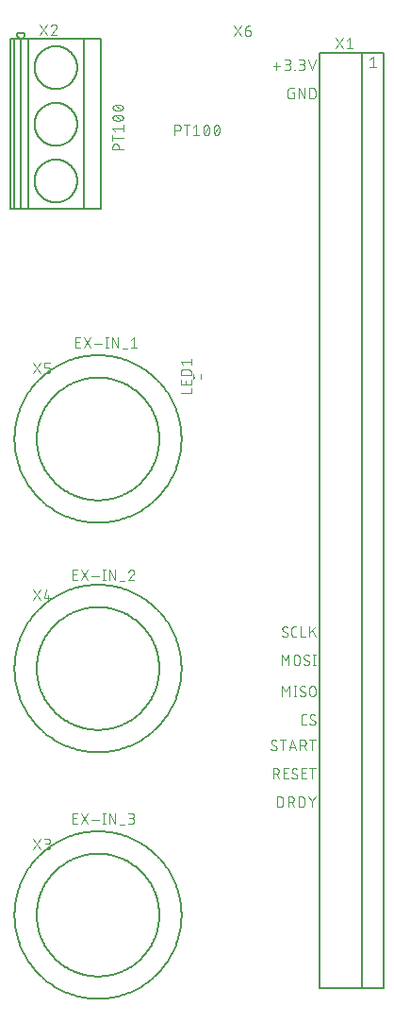
<source format=gbr>
G04 EAGLE Gerber RS-274X export*
G75*
%MOMM*%
%FSLAX34Y34*%
%LPD*%
%INSilkscreen Top*%
%IPPOS*%
%AMOC8*
5,1,8,0,0,1.08239X$1,22.5*%
G01*
%ADD10C,0.076200*%
%ADD11C,0.101600*%
%ADD12R,0.225000X0.250000*%
%ADD13C,0.200000*%
%ADD14C,0.203200*%
%ADD15C,0.127000*%
%ADD16C,0.152400*%


D10*
X243595Y849856D02*
X249860Y849856D01*
X246727Y846723D02*
X246727Y852988D01*
X253870Y846201D02*
X256481Y846201D01*
X256582Y846203D01*
X256683Y846209D01*
X256784Y846219D01*
X256884Y846232D01*
X256984Y846250D01*
X257083Y846271D01*
X257181Y846297D01*
X257278Y846326D01*
X257374Y846358D01*
X257468Y846395D01*
X257561Y846435D01*
X257653Y846479D01*
X257742Y846526D01*
X257830Y846577D01*
X257916Y846631D01*
X257999Y846688D01*
X258081Y846748D01*
X258159Y846812D01*
X258236Y846878D01*
X258309Y846948D01*
X258380Y847020D01*
X258448Y847095D01*
X258513Y847173D01*
X258575Y847253D01*
X258634Y847335D01*
X258690Y847420D01*
X258742Y847507D01*
X258791Y847595D01*
X258837Y847686D01*
X258878Y847778D01*
X258917Y847872D01*
X258951Y847967D01*
X258982Y848063D01*
X259009Y848161D01*
X259033Y848259D01*
X259052Y848359D01*
X259068Y848459D01*
X259080Y848559D01*
X259088Y848660D01*
X259092Y848761D01*
X259092Y848863D01*
X259088Y848964D01*
X259080Y849065D01*
X259068Y849165D01*
X259052Y849265D01*
X259033Y849365D01*
X259009Y849463D01*
X258982Y849561D01*
X258951Y849657D01*
X258917Y849752D01*
X258878Y849846D01*
X258837Y849938D01*
X258791Y850029D01*
X258742Y850118D01*
X258690Y850204D01*
X258634Y850289D01*
X258575Y850371D01*
X258513Y850451D01*
X258448Y850529D01*
X258380Y850604D01*
X258309Y850676D01*
X258236Y850746D01*
X258159Y850812D01*
X258081Y850876D01*
X257999Y850936D01*
X257916Y850993D01*
X257830Y851047D01*
X257742Y851098D01*
X257653Y851145D01*
X257561Y851189D01*
X257468Y851229D01*
X257374Y851266D01*
X257278Y851298D01*
X257181Y851327D01*
X257083Y851353D01*
X256984Y851374D01*
X256884Y851392D01*
X256784Y851405D01*
X256683Y851415D01*
X256582Y851421D01*
X256481Y851423D01*
X257003Y855599D02*
X253870Y855599D01*
X257003Y855599D02*
X257093Y855597D01*
X257182Y855591D01*
X257272Y855582D01*
X257361Y855568D01*
X257449Y855551D01*
X257536Y855530D01*
X257623Y855505D01*
X257708Y855476D01*
X257792Y855444D01*
X257874Y855409D01*
X257955Y855369D01*
X258034Y855327D01*
X258111Y855281D01*
X258186Y855231D01*
X258259Y855179D01*
X258330Y855123D01*
X258398Y855065D01*
X258463Y855003D01*
X258526Y854939D01*
X258586Y854872D01*
X258643Y854803D01*
X258697Y854731D01*
X258748Y854657D01*
X258796Y854581D01*
X258840Y854503D01*
X258881Y854423D01*
X258919Y854341D01*
X258953Y854258D01*
X258983Y854173D01*
X259010Y854087D01*
X259033Y854001D01*
X259052Y853913D01*
X259067Y853824D01*
X259079Y853735D01*
X259087Y853646D01*
X259091Y853556D01*
X259091Y853466D01*
X259087Y853376D01*
X259079Y853287D01*
X259067Y853198D01*
X259052Y853109D01*
X259033Y853021D01*
X259010Y852935D01*
X258983Y852849D01*
X258953Y852764D01*
X258919Y852681D01*
X258881Y852599D01*
X258840Y852519D01*
X258796Y852441D01*
X258748Y852365D01*
X258697Y852291D01*
X258643Y852219D01*
X258586Y852150D01*
X258526Y852083D01*
X258463Y852019D01*
X258398Y851957D01*
X258330Y851899D01*
X258259Y851843D01*
X258186Y851791D01*
X258111Y851741D01*
X258034Y851695D01*
X257955Y851653D01*
X257874Y851613D01*
X257792Y851578D01*
X257708Y851546D01*
X257623Y851517D01*
X257536Y851492D01*
X257449Y851471D01*
X257361Y851454D01*
X257272Y851440D01*
X257182Y851431D01*
X257093Y851425D01*
X257003Y851423D01*
X257003Y851422D02*
X254915Y851422D01*
X262621Y846723D02*
X262621Y846201D01*
X262621Y846723D02*
X263143Y846723D01*
X263143Y846201D01*
X262621Y846201D01*
X266672Y846201D02*
X269282Y846201D01*
X269383Y846203D01*
X269484Y846209D01*
X269585Y846219D01*
X269685Y846232D01*
X269785Y846250D01*
X269884Y846271D01*
X269982Y846297D01*
X270079Y846326D01*
X270175Y846358D01*
X270269Y846395D01*
X270362Y846435D01*
X270454Y846479D01*
X270543Y846526D01*
X270631Y846577D01*
X270717Y846631D01*
X270800Y846688D01*
X270882Y846748D01*
X270960Y846812D01*
X271037Y846878D01*
X271110Y846948D01*
X271181Y847020D01*
X271249Y847095D01*
X271314Y847173D01*
X271376Y847253D01*
X271435Y847335D01*
X271491Y847420D01*
X271543Y847507D01*
X271592Y847595D01*
X271638Y847686D01*
X271679Y847778D01*
X271718Y847872D01*
X271752Y847967D01*
X271783Y848063D01*
X271810Y848161D01*
X271834Y848259D01*
X271853Y848359D01*
X271869Y848459D01*
X271881Y848559D01*
X271889Y848660D01*
X271893Y848761D01*
X271893Y848863D01*
X271889Y848964D01*
X271881Y849065D01*
X271869Y849165D01*
X271853Y849265D01*
X271834Y849365D01*
X271810Y849463D01*
X271783Y849561D01*
X271752Y849657D01*
X271718Y849752D01*
X271679Y849846D01*
X271638Y849938D01*
X271592Y850029D01*
X271543Y850118D01*
X271491Y850204D01*
X271435Y850289D01*
X271376Y850371D01*
X271314Y850451D01*
X271249Y850529D01*
X271181Y850604D01*
X271110Y850676D01*
X271037Y850746D01*
X270960Y850812D01*
X270882Y850876D01*
X270800Y850936D01*
X270717Y850993D01*
X270631Y851047D01*
X270543Y851098D01*
X270454Y851145D01*
X270362Y851189D01*
X270269Y851229D01*
X270175Y851266D01*
X270079Y851298D01*
X269982Y851327D01*
X269884Y851353D01*
X269785Y851374D01*
X269685Y851392D01*
X269585Y851405D01*
X269484Y851415D01*
X269383Y851421D01*
X269282Y851423D01*
X269805Y855599D02*
X266672Y855599D01*
X269805Y855599D02*
X269895Y855597D01*
X269984Y855591D01*
X270074Y855582D01*
X270163Y855568D01*
X270251Y855551D01*
X270338Y855530D01*
X270425Y855505D01*
X270510Y855476D01*
X270594Y855444D01*
X270676Y855409D01*
X270757Y855369D01*
X270836Y855327D01*
X270913Y855281D01*
X270988Y855231D01*
X271061Y855179D01*
X271132Y855123D01*
X271200Y855065D01*
X271265Y855003D01*
X271328Y854939D01*
X271388Y854872D01*
X271445Y854803D01*
X271499Y854731D01*
X271550Y854657D01*
X271598Y854581D01*
X271642Y854503D01*
X271683Y854423D01*
X271721Y854341D01*
X271755Y854258D01*
X271785Y854173D01*
X271812Y854087D01*
X271835Y854001D01*
X271854Y853913D01*
X271869Y853824D01*
X271881Y853735D01*
X271889Y853646D01*
X271893Y853556D01*
X271893Y853466D01*
X271889Y853376D01*
X271881Y853287D01*
X271869Y853198D01*
X271854Y853109D01*
X271835Y853021D01*
X271812Y852935D01*
X271785Y852849D01*
X271755Y852764D01*
X271721Y852681D01*
X271683Y852599D01*
X271642Y852519D01*
X271598Y852441D01*
X271550Y852365D01*
X271499Y852291D01*
X271445Y852219D01*
X271388Y852150D01*
X271328Y852083D01*
X271265Y852019D01*
X271200Y851957D01*
X271132Y851899D01*
X271061Y851843D01*
X270988Y851791D01*
X270913Y851741D01*
X270836Y851695D01*
X270757Y851653D01*
X270676Y851613D01*
X270594Y851578D01*
X270510Y851546D01*
X270425Y851517D01*
X270338Y851492D01*
X270251Y851471D01*
X270163Y851454D01*
X270074Y851440D01*
X269984Y851431D01*
X269895Y851425D01*
X269805Y851423D01*
X269805Y851422D02*
X267716Y851422D01*
X275294Y855599D02*
X278426Y846201D01*
X281559Y855599D01*
X262052Y826022D02*
X260485Y826022D01*
X262052Y826022D02*
X262052Y820801D01*
X258919Y820801D01*
X258830Y820803D01*
X258742Y820809D01*
X258654Y820818D01*
X258566Y820831D01*
X258479Y820848D01*
X258393Y820868D01*
X258308Y820893D01*
X258223Y820920D01*
X258140Y820952D01*
X258059Y820986D01*
X257979Y821025D01*
X257901Y821066D01*
X257824Y821111D01*
X257750Y821159D01*
X257677Y821210D01*
X257607Y821264D01*
X257540Y821322D01*
X257474Y821382D01*
X257412Y821444D01*
X257352Y821510D01*
X257294Y821577D01*
X257240Y821647D01*
X257189Y821720D01*
X257141Y821794D01*
X257096Y821871D01*
X257055Y821949D01*
X257016Y822029D01*
X256982Y822110D01*
X256950Y822193D01*
X256923Y822278D01*
X256898Y822363D01*
X256878Y822449D01*
X256861Y822536D01*
X256848Y822624D01*
X256839Y822712D01*
X256833Y822800D01*
X256831Y822889D01*
X256831Y828111D01*
X256833Y828202D01*
X256839Y828293D01*
X256849Y828384D01*
X256863Y828474D01*
X256880Y828563D01*
X256902Y828651D01*
X256928Y828739D01*
X256957Y828825D01*
X256990Y828910D01*
X257027Y828993D01*
X257067Y829075D01*
X257111Y829155D01*
X257158Y829233D01*
X257209Y829309D01*
X257262Y829382D01*
X257319Y829453D01*
X257380Y829522D01*
X257443Y829587D01*
X257508Y829650D01*
X257577Y829710D01*
X257648Y829768D01*
X257721Y829821D01*
X257797Y829872D01*
X257875Y829919D01*
X257955Y829963D01*
X258037Y830003D01*
X258120Y830040D01*
X258205Y830073D01*
X258291Y830102D01*
X258379Y830128D01*
X258467Y830150D01*
X258556Y830167D01*
X258646Y830181D01*
X258737Y830191D01*
X258828Y830197D01*
X258919Y830199D01*
X262052Y830199D01*
X266584Y830199D02*
X266584Y820801D01*
X271805Y820801D02*
X266584Y830199D01*
X271805Y830199D02*
X271805Y820801D01*
X276338Y820801D02*
X276338Y830199D01*
X278948Y830199D01*
X279048Y830197D01*
X279148Y830191D01*
X279247Y830182D01*
X279347Y830168D01*
X279445Y830151D01*
X279543Y830130D01*
X279640Y830106D01*
X279736Y830077D01*
X279831Y830045D01*
X279924Y830010D01*
X280016Y829971D01*
X280107Y829928D01*
X280195Y829882D01*
X280282Y829832D01*
X280367Y829780D01*
X280450Y829724D01*
X280531Y829665D01*
X280609Y829602D01*
X280685Y829537D01*
X280759Y829469D01*
X280829Y829399D01*
X280897Y829325D01*
X280962Y829249D01*
X281025Y829171D01*
X281084Y829090D01*
X281140Y829007D01*
X281192Y828922D01*
X281242Y828835D01*
X281288Y828747D01*
X281331Y828656D01*
X281370Y828564D01*
X281405Y828471D01*
X281437Y828376D01*
X281466Y828280D01*
X281490Y828183D01*
X281511Y828085D01*
X281528Y827987D01*
X281542Y827887D01*
X281551Y827788D01*
X281557Y827688D01*
X281559Y827588D01*
X281559Y823412D01*
X281557Y823312D01*
X281551Y823212D01*
X281542Y823113D01*
X281528Y823013D01*
X281511Y822915D01*
X281490Y822817D01*
X281466Y822720D01*
X281437Y822624D01*
X281405Y822529D01*
X281370Y822436D01*
X281331Y822344D01*
X281288Y822253D01*
X281242Y822165D01*
X281192Y822078D01*
X281140Y821993D01*
X281084Y821910D01*
X281025Y821829D01*
X280962Y821751D01*
X280897Y821675D01*
X280829Y821601D01*
X280759Y821531D01*
X280685Y821463D01*
X280609Y821398D01*
X280531Y821335D01*
X280450Y821276D01*
X280367Y821220D01*
X280282Y821168D01*
X280195Y821118D01*
X280107Y821072D01*
X280016Y821029D01*
X279924Y820990D01*
X279831Y820955D01*
X279736Y820923D01*
X279640Y820894D01*
X279543Y820870D01*
X279445Y820849D01*
X279347Y820832D01*
X279247Y820818D01*
X279148Y820809D01*
X279048Y820803D01*
X278948Y820801D01*
X276338Y820801D01*
X247165Y195199D02*
X247165Y185801D01*
X247165Y195199D02*
X249775Y195199D01*
X249875Y195197D01*
X249975Y195191D01*
X250074Y195182D01*
X250174Y195168D01*
X250272Y195151D01*
X250370Y195130D01*
X250467Y195106D01*
X250563Y195077D01*
X250658Y195045D01*
X250751Y195010D01*
X250843Y194971D01*
X250934Y194928D01*
X251022Y194882D01*
X251109Y194832D01*
X251194Y194780D01*
X251277Y194724D01*
X251358Y194665D01*
X251436Y194602D01*
X251512Y194537D01*
X251586Y194469D01*
X251656Y194399D01*
X251724Y194325D01*
X251789Y194249D01*
X251852Y194171D01*
X251911Y194090D01*
X251967Y194007D01*
X252019Y193922D01*
X252069Y193835D01*
X252115Y193747D01*
X252158Y193656D01*
X252197Y193564D01*
X252232Y193471D01*
X252264Y193376D01*
X252293Y193280D01*
X252317Y193183D01*
X252338Y193085D01*
X252355Y192987D01*
X252369Y192887D01*
X252378Y192788D01*
X252384Y192688D01*
X252386Y192588D01*
X252386Y188412D01*
X252384Y188312D01*
X252378Y188212D01*
X252369Y188113D01*
X252355Y188013D01*
X252338Y187915D01*
X252317Y187817D01*
X252293Y187720D01*
X252264Y187624D01*
X252232Y187529D01*
X252197Y187436D01*
X252158Y187344D01*
X252115Y187253D01*
X252069Y187165D01*
X252019Y187078D01*
X251967Y186993D01*
X251911Y186910D01*
X251852Y186829D01*
X251789Y186751D01*
X251724Y186675D01*
X251656Y186601D01*
X251586Y186531D01*
X251512Y186463D01*
X251436Y186398D01*
X251358Y186335D01*
X251277Y186276D01*
X251194Y186220D01*
X251109Y186168D01*
X251022Y186118D01*
X250934Y186072D01*
X250843Y186029D01*
X250751Y185990D01*
X250658Y185955D01*
X250563Y185923D01*
X250467Y185894D01*
X250370Y185870D01*
X250272Y185849D01*
X250174Y185832D01*
X250074Y185818D01*
X249975Y185809D01*
X249875Y185803D01*
X249775Y185801D01*
X247165Y185801D01*
X256975Y185801D02*
X256975Y195199D01*
X259586Y195199D01*
X259687Y195197D01*
X259788Y195191D01*
X259889Y195181D01*
X259989Y195168D01*
X260089Y195150D01*
X260188Y195129D01*
X260286Y195103D01*
X260383Y195074D01*
X260479Y195042D01*
X260573Y195005D01*
X260666Y194965D01*
X260758Y194921D01*
X260847Y194874D01*
X260935Y194823D01*
X261021Y194769D01*
X261104Y194712D01*
X261186Y194652D01*
X261264Y194588D01*
X261341Y194522D01*
X261414Y194452D01*
X261485Y194380D01*
X261553Y194305D01*
X261618Y194227D01*
X261680Y194147D01*
X261739Y194065D01*
X261795Y193980D01*
X261847Y193893D01*
X261896Y193805D01*
X261942Y193714D01*
X261983Y193622D01*
X262022Y193528D01*
X262056Y193433D01*
X262087Y193337D01*
X262114Y193239D01*
X262138Y193141D01*
X262157Y193041D01*
X262173Y192941D01*
X262185Y192841D01*
X262193Y192740D01*
X262197Y192639D01*
X262197Y192537D01*
X262193Y192436D01*
X262185Y192335D01*
X262173Y192235D01*
X262157Y192135D01*
X262138Y192035D01*
X262114Y191937D01*
X262087Y191839D01*
X262056Y191743D01*
X262022Y191648D01*
X261983Y191554D01*
X261942Y191462D01*
X261896Y191371D01*
X261847Y191282D01*
X261795Y191196D01*
X261739Y191111D01*
X261680Y191029D01*
X261618Y190949D01*
X261553Y190871D01*
X261485Y190796D01*
X261414Y190724D01*
X261341Y190654D01*
X261264Y190588D01*
X261186Y190524D01*
X261104Y190464D01*
X261021Y190407D01*
X260935Y190353D01*
X260847Y190302D01*
X260758Y190255D01*
X260666Y190211D01*
X260573Y190171D01*
X260479Y190134D01*
X260383Y190102D01*
X260286Y190073D01*
X260188Y190047D01*
X260089Y190026D01*
X259989Y190008D01*
X259889Y189995D01*
X259788Y189985D01*
X259687Y189979D01*
X259586Y189977D01*
X259586Y189978D02*
X256975Y189978D01*
X260108Y189978D02*
X262196Y185801D01*
X266367Y185801D02*
X266367Y195199D01*
X268978Y195199D01*
X269078Y195197D01*
X269178Y195191D01*
X269277Y195182D01*
X269377Y195168D01*
X269475Y195151D01*
X269573Y195130D01*
X269670Y195106D01*
X269766Y195077D01*
X269861Y195045D01*
X269954Y195010D01*
X270046Y194971D01*
X270137Y194928D01*
X270225Y194882D01*
X270312Y194832D01*
X270397Y194780D01*
X270480Y194724D01*
X270561Y194665D01*
X270639Y194602D01*
X270715Y194537D01*
X270789Y194469D01*
X270859Y194399D01*
X270927Y194325D01*
X270992Y194249D01*
X271055Y194171D01*
X271114Y194090D01*
X271170Y194007D01*
X271222Y193922D01*
X271272Y193835D01*
X271318Y193747D01*
X271361Y193656D01*
X271400Y193564D01*
X271435Y193471D01*
X271467Y193376D01*
X271496Y193280D01*
X271520Y193183D01*
X271541Y193085D01*
X271558Y192987D01*
X271572Y192887D01*
X271581Y192788D01*
X271587Y192688D01*
X271589Y192588D01*
X271588Y192588D02*
X271588Y188412D01*
X271589Y188412D02*
X271587Y188312D01*
X271581Y188212D01*
X271572Y188113D01*
X271558Y188013D01*
X271541Y187915D01*
X271520Y187817D01*
X271496Y187720D01*
X271467Y187624D01*
X271435Y187529D01*
X271400Y187436D01*
X271361Y187344D01*
X271318Y187253D01*
X271272Y187165D01*
X271222Y187078D01*
X271170Y186993D01*
X271114Y186910D01*
X271055Y186829D01*
X270992Y186751D01*
X270927Y186675D01*
X270859Y186601D01*
X270789Y186531D01*
X270715Y186463D01*
X270639Y186398D01*
X270561Y186335D01*
X270480Y186276D01*
X270397Y186220D01*
X270312Y186168D01*
X270225Y186118D01*
X270137Y186072D01*
X270046Y186029D01*
X269954Y185990D01*
X269861Y185955D01*
X269766Y185923D01*
X269670Y185894D01*
X269573Y185870D01*
X269475Y185849D01*
X269377Y185832D01*
X269277Y185818D01*
X269178Y185809D01*
X269078Y185803D01*
X268978Y185801D01*
X266367Y185801D01*
X275294Y195199D02*
X278426Y190761D01*
X281559Y195199D01*
X278426Y190761D02*
X278426Y185801D01*
X243477Y211201D02*
X243477Y220599D01*
X246087Y220599D01*
X246188Y220597D01*
X246289Y220591D01*
X246390Y220581D01*
X246490Y220568D01*
X246590Y220550D01*
X246689Y220529D01*
X246787Y220503D01*
X246884Y220474D01*
X246980Y220442D01*
X247074Y220405D01*
X247167Y220365D01*
X247259Y220321D01*
X247348Y220274D01*
X247436Y220223D01*
X247522Y220169D01*
X247605Y220112D01*
X247687Y220052D01*
X247765Y219988D01*
X247842Y219922D01*
X247915Y219852D01*
X247986Y219780D01*
X248054Y219705D01*
X248119Y219627D01*
X248181Y219547D01*
X248240Y219465D01*
X248296Y219380D01*
X248348Y219293D01*
X248397Y219205D01*
X248443Y219114D01*
X248484Y219022D01*
X248523Y218928D01*
X248557Y218833D01*
X248588Y218737D01*
X248615Y218639D01*
X248639Y218541D01*
X248658Y218441D01*
X248674Y218341D01*
X248686Y218241D01*
X248694Y218140D01*
X248698Y218039D01*
X248698Y217937D01*
X248694Y217836D01*
X248686Y217735D01*
X248674Y217635D01*
X248658Y217535D01*
X248639Y217435D01*
X248615Y217337D01*
X248588Y217239D01*
X248557Y217143D01*
X248523Y217048D01*
X248484Y216954D01*
X248443Y216862D01*
X248397Y216771D01*
X248348Y216682D01*
X248296Y216596D01*
X248240Y216511D01*
X248181Y216429D01*
X248119Y216349D01*
X248054Y216271D01*
X247986Y216196D01*
X247915Y216124D01*
X247842Y216054D01*
X247765Y215988D01*
X247687Y215924D01*
X247605Y215864D01*
X247522Y215807D01*
X247436Y215753D01*
X247348Y215702D01*
X247259Y215655D01*
X247167Y215611D01*
X247074Y215571D01*
X246980Y215534D01*
X246884Y215502D01*
X246787Y215473D01*
X246689Y215447D01*
X246590Y215426D01*
X246490Y215408D01*
X246390Y215395D01*
X246289Y215385D01*
X246188Y215379D01*
X246087Y215377D01*
X246087Y215378D02*
X243477Y215378D01*
X246609Y215378D02*
X248698Y211201D01*
X252886Y211201D02*
X257063Y211201D01*
X252886Y211201D02*
X252886Y220599D01*
X257063Y220599D01*
X256019Y216422D02*
X252886Y216422D01*
X263316Y211201D02*
X263405Y211203D01*
X263493Y211209D01*
X263581Y211218D01*
X263669Y211231D01*
X263756Y211248D01*
X263842Y211268D01*
X263927Y211293D01*
X264012Y211320D01*
X264095Y211352D01*
X264176Y211386D01*
X264256Y211425D01*
X264334Y211466D01*
X264411Y211511D01*
X264485Y211559D01*
X264558Y211610D01*
X264628Y211664D01*
X264695Y211722D01*
X264761Y211782D01*
X264823Y211844D01*
X264883Y211910D01*
X264941Y211977D01*
X264995Y212047D01*
X265046Y212120D01*
X265094Y212194D01*
X265139Y212271D01*
X265180Y212349D01*
X265219Y212429D01*
X265253Y212510D01*
X265285Y212593D01*
X265312Y212678D01*
X265337Y212763D01*
X265357Y212849D01*
X265374Y212936D01*
X265387Y213024D01*
X265396Y213112D01*
X265402Y213200D01*
X265404Y213289D01*
X263316Y211201D02*
X263187Y211203D01*
X263058Y211209D01*
X262929Y211218D01*
X262801Y211231D01*
X262673Y211248D01*
X262546Y211269D01*
X262419Y211293D01*
X262293Y211321D01*
X262168Y211353D01*
X262044Y211388D01*
X261921Y211427D01*
X261799Y211470D01*
X261679Y211516D01*
X261560Y211566D01*
X261442Y211619D01*
X261326Y211675D01*
X261212Y211735D01*
X261099Y211798D01*
X260989Y211865D01*
X260880Y211934D01*
X260774Y212007D01*
X260669Y212083D01*
X260567Y212162D01*
X260468Y212244D01*
X260370Y212328D01*
X260275Y212416D01*
X260183Y212506D01*
X260445Y218511D02*
X260447Y218600D01*
X260453Y218688D01*
X260462Y218776D01*
X260475Y218864D01*
X260492Y218951D01*
X260512Y219037D01*
X260537Y219122D01*
X260564Y219207D01*
X260596Y219290D01*
X260630Y219371D01*
X260669Y219451D01*
X260710Y219529D01*
X260755Y219606D01*
X260803Y219680D01*
X260854Y219753D01*
X260908Y219823D01*
X260966Y219890D01*
X261026Y219956D01*
X261088Y220018D01*
X261154Y220078D01*
X261221Y220136D01*
X261291Y220190D01*
X261364Y220241D01*
X261438Y220289D01*
X261515Y220334D01*
X261593Y220375D01*
X261673Y220414D01*
X261754Y220448D01*
X261837Y220480D01*
X261922Y220507D01*
X262007Y220532D01*
X262093Y220552D01*
X262180Y220569D01*
X262268Y220582D01*
X262356Y220591D01*
X262444Y220597D01*
X262533Y220599D01*
X262653Y220597D01*
X262773Y220592D01*
X262893Y220582D01*
X263012Y220570D01*
X263131Y220553D01*
X263249Y220533D01*
X263367Y220509D01*
X263483Y220482D01*
X263599Y220451D01*
X263714Y220417D01*
X263828Y220379D01*
X263941Y220337D01*
X264052Y220292D01*
X264162Y220244D01*
X264270Y220193D01*
X264377Y220138D01*
X264482Y220080D01*
X264585Y220018D01*
X264686Y219954D01*
X264786Y219886D01*
X264883Y219816D01*
X261489Y216684D02*
X261411Y216732D01*
X261335Y216784D01*
X261262Y216838D01*
X261191Y216896D01*
X261122Y216957D01*
X261056Y217021D01*
X260993Y217088D01*
X260933Y217157D01*
X260876Y217229D01*
X260822Y217303D01*
X260772Y217380D01*
X260724Y217459D01*
X260681Y217539D01*
X260640Y217622D01*
X260604Y217706D01*
X260571Y217791D01*
X260542Y217878D01*
X260516Y217967D01*
X260494Y218056D01*
X260477Y218146D01*
X260463Y218236D01*
X260453Y218328D01*
X260447Y218419D01*
X260445Y218511D01*
X264361Y215116D02*
X264439Y215068D01*
X264515Y215016D01*
X264588Y214962D01*
X264659Y214904D01*
X264728Y214843D01*
X264794Y214779D01*
X264857Y214712D01*
X264917Y214643D01*
X264974Y214571D01*
X265028Y214497D01*
X265078Y214420D01*
X265126Y214341D01*
X265169Y214261D01*
X265210Y214178D01*
X265246Y214094D01*
X265279Y214009D01*
X265308Y213922D01*
X265334Y213833D01*
X265356Y213744D01*
X265373Y213654D01*
X265387Y213564D01*
X265397Y213472D01*
X265403Y213381D01*
X265405Y213289D01*
X264360Y215117D02*
X261489Y216683D01*
X269345Y211201D02*
X273522Y211201D01*
X269345Y211201D02*
X269345Y220599D01*
X273522Y220599D01*
X272478Y216422D02*
X269345Y216422D01*
X278948Y220599D02*
X278948Y211201D01*
X276338Y220599D02*
X281559Y220599D01*
X246812Y238689D02*
X246810Y238600D01*
X246804Y238512D01*
X246795Y238424D01*
X246782Y238336D01*
X246765Y238249D01*
X246745Y238163D01*
X246720Y238078D01*
X246693Y237993D01*
X246661Y237910D01*
X246627Y237829D01*
X246588Y237749D01*
X246547Y237671D01*
X246502Y237594D01*
X246454Y237520D01*
X246403Y237447D01*
X246349Y237377D01*
X246291Y237310D01*
X246231Y237244D01*
X246169Y237182D01*
X246103Y237122D01*
X246036Y237064D01*
X245966Y237010D01*
X245893Y236959D01*
X245819Y236911D01*
X245742Y236866D01*
X245664Y236825D01*
X245584Y236786D01*
X245503Y236752D01*
X245420Y236720D01*
X245335Y236693D01*
X245250Y236668D01*
X245164Y236648D01*
X245077Y236631D01*
X244989Y236618D01*
X244901Y236609D01*
X244813Y236603D01*
X244724Y236601D01*
X244595Y236603D01*
X244466Y236609D01*
X244337Y236618D01*
X244209Y236631D01*
X244081Y236648D01*
X243954Y236669D01*
X243827Y236693D01*
X243701Y236721D01*
X243576Y236753D01*
X243452Y236788D01*
X243329Y236827D01*
X243207Y236870D01*
X243087Y236916D01*
X242968Y236966D01*
X242850Y237019D01*
X242734Y237075D01*
X242620Y237135D01*
X242507Y237198D01*
X242397Y237265D01*
X242288Y237334D01*
X242182Y237407D01*
X242077Y237483D01*
X241975Y237562D01*
X241876Y237644D01*
X241778Y237728D01*
X241683Y237816D01*
X241591Y237906D01*
X241852Y243911D02*
X241854Y244000D01*
X241860Y244088D01*
X241869Y244176D01*
X241882Y244264D01*
X241899Y244351D01*
X241919Y244437D01*
X241944Y244522D01*
X241971Y244607D01*
X242003Y244690D01*
X242037Y244771D01*
X242076Y244851D01*
X242117Y244929D01*
X242162Y245006D01*
X242210Y245080D01*
X242261Y245153D01*
X242315Y245223D01*
X242373Y245290D01*
X242433Y245356D01*
X242495Y245418D01*
X242561Y245478D01*
X242628Y245536D01*
X242698Y245590D01*
X242771Y245641D01*
X242845Y245689D01*
X242922Y245734D01*
X243000Y245775D01*
X243080Y245814D01*
X243161Y245848D01*
X243244Y245880D01*
X243329Y245907D01*
X243414Y245932D01*
X243500Y245952D01*
X243587Y245969D01*
X243675Y245982D01*
X243763Y245991D01*
X243851Y245997D01*
X243940Y245999D01*
X244060Y245997D01*
X244180Y245992D01*
X244300Y245982D01*
X244419Y245970D01*
X244538Y245953D01*
X244656Y245933D01*
X244774Y245909D01*
X244890Y245882D01*
X245006Y245851D01*
X245121Y245817D01*
X245235Y245779D01*
X245348Y245737D01*
X245459Y245692D01*
X245569Y245644D01*
X245677Y245593D01*
X245784Y245538D01*
X245889Y245480D01*
X245992Y245418D01*
X246093Y245354D01*
X246193Y245286D01*
X246290Y245216D01*
X242896Y242084D02*
X242818Y242132D01*
X242742Y242184D01*
X242669Y242238D01*
X242598Y242296D01*
X242529Y242357D01*
X242463Y242421D01*
X242400Y242488D01*
X242340Y242557D01*
X242283Y242629D01*
X242229Y242703D01*
X242179Y242780D01*
X242131Y242859D01*
X242088Y242939D01*
X242047Y243022D01*
X242011Y243106D01*
X241978Y243191D01*
X241949Y243278D01*
X241923Y243367D01*
X241901Y243456D01*
X241884Y243546D01*
X241870Y243636D01*
X241860Y243728D01*
X241854Y243819D01*
X241852Y243911D01*
X245768Y240516D02*
X245846Y240468D01*
X245922Y240416D01*
X245995Y240362D01*
X246066Y240304D01*
X246135Y240243D01*
X246201Y240179D01*
X246264Y240112D01*
X246324Y240043D01*
X246381Y239971D01*
X246435Y239897D01*
X246485Y239820D01*
X246533Y239741D01*
X246576Y239661D01*
X246617Y239578D01*
X246653Y239494D01*
X246686Y239409D01*
X246715Y239322D01*
X246741Y239233D01*
X246763Y239144D01*
X246780Y239054D01*
X246794Y238964D01*
X246804Y238872D01*
X246810Y238781D01*
X246812Y238689D01*
X245768Y240517D02*
X242896Y242083D01*
X252431Y245999D02*
X252431Y236601D01*
X249820Y245999D02*
X255042Y245999D01*
X260965Y245999D02*
X257833Y236601D01*
X264098Y236601D02*
X260965Y245999D01*
X263315Y238951D02*
X258616Y238951D01*
X267861Y236601D02*
X267861Y245999D01*
X270471Y245999D01*
X270572Y245997D01*
X270673Y245991D01*
X270774Y245981D01*
X270874Y245968D01*
X270974Y245950D01*
X271073Y245929D01*
X271171Y245903D01*
X271268Y245874D01*
X271364Y245842D01*
X271458Y245805D01*
X271551Y245765D01*
X271643Y245721D01*
X271732Y245674D01*
X271820Y245623D01*
X271906Y245569D01*
X271989Y245512D01*
X272071Y245452D01*
X272149Y245388D01*
X272226Y245322D01*
X272299Y245252D01*
X272370Y245180D01*
X272438Y245105D01*
X272503Y245027D01*
X272565Y244947D01*
X272624Y244865D01*
X272680Y244780D01*
X272732Y244693D01*
X272781Y244605D01*
X272827Y244514D01*
X272868Y244422D01*
X272907Y244328D01*
X272941Y244233D01*
X272972Y244137D01*
X272999Y244039D01*
X273023Y243941D01*
X273042Y243841D01*
X273058Y243741D01*
X273070Y243641D01*
X273078Y243540D01*
X273082Y243439D01*
X273082Y243337D01*
X273078Y243236D01*
X273070Y243135D01*
X273058Y243035D01*
X273042Y242935D01*
X273023Y242835D01*
X272999Y242737D01*
X272972Y242639D01*
X272941Y242543D01*
X272907Y242448D01*
X272868Y242354D01*
X272827Y242262D01*
X272781Y242171D01*
X272732Y242082D01*
X272680Y241996D01*
X272624Y241911D01*
X272565Y241829D01*
X272503Y241749D01*
X272438Y241671D01*
X272370Y241596D01*
X272299Y241524D01*
X272226Y241454D01*
X272149Y241388D01*
X272071Y241324D01*
X271989Y241264D01*
X271906Y241207D01*
X271820Y241153D01*
X271732Y241102D01*
X271643Y241055D01*
X271551Y241011D01*
X271458Y240971D01*
X271364Y240934D01*
X271268Y240902D01*
X271171Y240873D01*
X271073Y240847D01*
X270974Y240826D01*
X270874Y240808D01*
X270774Y240795D01*
X270673Y240785D01*
X270572Y240779D01*
X270471Y240777D01*
X270471Y240778D02*
X267861Y240778D01*
X270993Y240778D02*
X273082Y236601D01*
X278948Y236601D02*
X278948Y245999D01*
X276338Y245999D02*
X281559Y245999D01*
X273174Y259461D02*
X271085Y259461D01*
X270996Y259463D01*
X270908Y259469D01*
X270820Y259478D01*
X270732Y259491D01*
X270645Y259508D01*
X270559Y259528D01*
X270474Y259553D01*
X270389Y259580D01*
X270306Y259612D01*
X270225Y259646D01*
X270145Y259685D01*
X270067Y259726D01*
X269990Y259771D01*
X269916Y259819D01*
X269843Y259870D01*
X269773Y259924D01*
X269706Y259982D01*
X269640Y260042D01*
X269578Y260104D01*
X269518Y260170D01*
X269460Y260237D01*
X269406Y260307D01*
X269355Y260380D01*
X269307Y260454D01*
X269262Y260531D01*
X269221Y260609D01*
X269182Y260689D01*
X269148Y260770D01*
X269116Y260853D01*
X269089Y260938D01*
X269064Y261023D01*
X269044Y261109D01*
X269027Y261196D01*
X269014Y261284D01*
X269005Y261372D01*
X268999Y261460D01*
X268997Y261549D01*
X268997Y266771D01*
X268998Y266771D02*
X269000Y266862D01*
X269006Y266953D01*
X269016Y267044D01*
X269030Y267134D01*
X269047Y267223D01*
X269069Y267311D01*
X269095Y267399D01*
X269124Y267485D01*
X269157Y267570D01*
X269194Y267653D01*
X269234Y267735D01*
X269278Y267815D01*
X269325Y267893D01*
X269376Y267969D01*
X269429Y268042D01*
X269486Y268113D01*
X269547Y268182D01*
X269610Y268247D01*
X269675Y268310D01*
X269744Y268370D01*
X269815Y268428D01*
X269888Y268481D01*
X269964Y268532D01*
X270042Y268579D01*
X270122Y268623D01*
X270204Y268663D01*
X270287Y268700D01*
X270372Y268733D01*
X270458Y268762D01*
X270546Y268788D01*
X270634Y268810D01*
X270723Y268827D01*
X270813Y268841D01*
X270904Y268851D01*
X270995Y268857D01*
X271086Y268859D01*
X271085Y268859D02*
X273174Y268859D01*
X281559Y261549D02*
X281557Y261460D01*
X281551Y261372D01*
X281542Y261284D01*
X281529Y261196D01*
X281512Y261109D01*
X281492Y261023D01*
X281467Y260938D01*
X281440Y260853D01*
X281408Y260770D01*
X281374Y260689D01*
X281335Y260609D01*
X281294Y260531D01*
X281249Y260454D01*
X281201Y260380D01*
X281150Y260307D01*
X281096Y260237D01*
X281038Y260170D01*
X280978Y260104D01*
X280916Y260042D01*
X280850Y259982D01*
X280783Y259924D01*
X280713Y259870D01*
X280640Y259819D01*
X280566Y259771D01*
X280489Y259726D01*
X280411Y259685D01*
X280331Y259646D01*
X280250Y259612D01*
X280167Y259580D01*
X280082Y259553D01*
X279997Y259528D01*
X279911Y259508D01*
X279824Y259491D01*
X279736Y259478D01*
X279648Y259469D01*
X279560Y259463D01*
X279471Y259461D01*
X279342Y259463D01*
X279213Y259469D01*
X279084Y259478D01*
X278956Y259491D01*
X278828Y259508D01*
X278701Y259529D01*
X278574Y259553D01*
X278448Y259581D01*
X278323Y259613D01*
X278199Y259648D01*
X278076Y259687D01*
X277954Y259730D01*
X277834Y259776D01*
X277715Y259826D01*
X277597Y259879D01*
X277481Y259935D01*
X277367Y259995D01*
X277254Y260058D01*
X277144Y260125D01*
X277035Y260194D01*
X276929Y260267D01*
X276824Y260343D01*
X276722Y260422D01*
X276623Y260504D01*
X276525Y260588D01*
X276430Y260676D01*
X276338Y260766D01*
X276599Y266771D02*
X276601Y266860D01*
X276607Y266948D01*
X276616Y267036D01*
X276629Y267124D01*
X276646Y267211D01*
X276666Y267297D01*
X276691Y267382D01*
X276718Y267467D01*
X276750Y267550D01*
X276784Y267631D01*
X276823Y267711D01*
X276864Y267789D01*
X276909Y267866D01*
X276957Y267940D01*
X277008Y268013D01*
X277062Y268083D01*
X277120Y268150D01*
X277180Y268216D01*
X277242Y268278D01*
X277308Y268338D01*
X277375Y268396D01*
X277445Y268450D01*
X277518Y268501D01*
X277592Y268549D01*
X277669Y268594D01*
X277747Y268635D01*
X277827Y268674D01*
X277908Y268708D01*
X277991Y268740D01*
X278076Y268767D01*
X278161Y268792D01*
X278247Y268812D01*
X278334Y268829D01*
X278422Y268842D01*
X278510Y268851D01*
X278598Y268857D01*
X278687Y268859D01*
X278807Y268857D01*
X278927Y268852D01*
X279047Y268842D01*
X279166Y268830D01*
X279285Y268813D01*
X279403Y268793D01*
X279521Y268769D01*
X279637Y268742D01*
X279753Y268711D01*
X279868Y268677D01*
X279982Y268639D01*
X280095Y268597D01*
X280206Y268552D01*
X280316Y268504D01*
X280424Y268453D01*
X280531Y268398D01*
X280636Y268340D01*
X280739Y268278D01*
X280840Y268214D01*
X280940Y268146D01*
X281037Y268076D01*
X277643Y264944D02*
X277565Y264992D01*
X277489Y265044D01*
X277416Y265098D01*
X277345Y265156D01*
X277276Y265217D01*
X277210Y265281D01*
X277147Y265348D01*
X277087Y265417D01*
X277030Y265489D01*
X276976Y265563D01*
X276926Y265640D01*
X276878Y265719D01*
X276835Y265799D01*
X276794Y265882D01*
X276758Y265966D01*
X276725Y266051D01*
X276696Y266138D01*
X276670Y266227D01*
X276648Y266316D01*
X276631Y266406D01*
X276617Y266496D01*
X276607Y266588D01*
X276601Y266679D01*
X276599Y266771D01*
X280515Y263376D02*
X280593Y263328D01*
X280669Y263276D01*
X280742Y263222D01*
X280813Y263164D01*
X280882Y263103D01*
X280948Y263039D01*
X281011Y262972D01*
X281071Y262903D01*
X281128Y262831D01*
X281182Y262757D01*
X281232Y262680D01*
X281280Y262601D01*
X281323Y262521D01*
X281364Y262438D01*
X281400Y262354D01*
X281433Y262269D01*
X281462Y262182D01*
X281488Y262093D01*
X281510Y262004D01*
X281527Y261914D01*
X281541Y261824D01*
X281551Y261732D01*
X281557Y261641D01*
X281559Y261549D01*
X280515Y263377D02*
X277643Y264943D01*
X251737Y284861D02*
X251737Y294259D01*
X254869Y289038D01*
X258002Y294259D01*
X258002Y284861D01*
X263099Y284861D02*
X263099Y294259D01*
X262055Y284861D02*
X264143Y284861D01*
X264143Y294259D02*
X262055Y294259D01*
X270631Y284861D02*
X270720Y284863D01*
X270808Y284869D01*
X270896Y284878D01*
X270984Y284891D01*
X271071Y284908D01*
X271157Y284928D01*
X271242Y284953D01*
X271327Y284980D01*
X271410Y285012D01*
X271491Y285046D01*
X271571Y285085D01*
X271649Y285126D01*
X271726Y285171D01*
X271800Y285219D01*
X271873Y285270D01*
X271943Y285324D01*
X272010Y285382D01*
X272076Y285442D01*
X272138Y285504D01*
X272198Y285570D01*
X272256Y285637D01*
X272310Y285707D01*
X272361Y285780D01*
X272409Y285854D01*
X272454Y285931D01*
X272495Y286009D01*
X272534Y286089D01*
X272568Y286170D01*
X272600Y286253D01*
X272627Y286338D01*
X272652Y286423D01*
X272672Y286509D01*
X272689Y286596D01*
X272702Y286684D01*
X272711Y286772D01*
X272717Y286860D01*
X272719Y286949D01*
X270631Y284861D02*
X270502Y284863D01*
X270373Y284869D01*
X270244Y284878D01*
X270116Y284891D01*
X269988Y284908D01*
X269861Y284929D01*
X269734Y284953D01*
X269608Y284981D01*
X269483Y285013D01*
X269359Y285048D01*
X269236Y285087D01*
X269114Y285130D01*
X268994Y285176D01*
X268875Y285226D01*
X268757Y285279D01*
X268641Y285335D01*
X268527Y285395D01*
X268414Y285458D01*
X268304Y285525D01*
X268195Y285594D01*
X268089Y285667D01*
X267984Y285743D01*
X267882Y285822D01*
X267783Y285904D01*
X267685Y285988D01*
X267590Y286076D01*
X267498Y286166D01*
X267760Y292171D02*
X267762Y292260D01*
X267768Y292348D01*
X267777Y292436D01*
X267790Y292524D01*
X267807Y292611D01*
X267827Y292697D01*
X267852Y292782D01*
X267879Y292867D01*
X267911Y292950D01*
X267945Y293031D01*
X267984Y293111D01*
X268025Y293189D01*
X268070Y293266D01*
X268118Y293340D01*
X268169Y293413D01*
X268223Y293483D01*
X268281Y293550D01*
X268341Y293616D01*
X268403Y293678D01*
X268469Y293738D01*
X268536Y293796D01*
X268606Y293850D01*
X268679Y293901D01*
X268753Y293949D01*
X268830Y293994D01*
X268908Y294035D01*
X268988Y294074D01*
X269069Y294108D01*
X269152Y294140D01*
X269237Y294167D01*
X269322Y294192D01*
X269408Y294212D01*
X269495Y294229D01*
X269583Y294242D01*
X269671Y294251D01*
X269759Y294257D01*
X269848Y294259D01*
X269968Y294257D01*
X270088Y294252D01*
X270208Y294242D01*
X270327Y294230D01*
X270446Y294213D01*
X270564Y294193D01*
X270682Y294169D01*
X270798Y294142D01*
X270914Y294111D01*
X271029Y294077D01*
X271143Y294039D01*
X271256Y293997D01*
X271367Y293952D01*
X271477Y293904D01*
X271585Y293853D01*
X271692Y293798D01*
X271797Y293740D01*
X271900Y293678D01*
X272001Y293614D01*
X272101Y293546D01*
X272198Y293476D01*
X268804Y290344D02*
X268726Y290392D01*
X268650Y290444D01*
X268577Y290498D01*
X268506Y290556D01*
X268437Y290617D01*
X268371Y290681D01*
X268308Y290748D01*
X268248Y290817D01*
X268191Y290889D01*
X268137Y290963D01*
X268087Y291040D01*
X268039Y291119D01*
X267996Y291199D01*
X267955Y291282D01*
X267919Y291366D01*
X267886Y291451D01*
X267857Y291538D01*
X267831Y291627D01*
X267809Y291716D01*
X267792Y291806D01*
X267778Y291896D01*
X267768Y291988D01*
X267762Y292079D01*
X267760Y292171D01*
X271676Y288776D02*
X271754Y288728D01*
X271830Y288676D01*
X271903Y288622D01*
X271974Y288564D01*
X272043Y288503D01*
X272109Y288439D01*
X272172Y288372D01*
X272232Y288303D01*
X272289Y288231D01*
X272343Y288157D01*
X272393Y288080D01*
X272441Y288001D01*
X272484Y287921D01*
X272525Y287838D01*
X272561Y287754D01*
X272594Y287669D01*
X272623Y287582D01*
X272649Y287493D01*
X272671Y287404D01*
X272688Y287314D01*
X272702Y287224D01*
X272712Y287132D01*
X272718Y287041D01*
X272720Y286949D01*
X271676Y288777D02*
X268804Y290343D01*
X276338Y291648D02*
X276338Y287472D01*
X276337Y291648D02*
X276339Y291749D01*
X276345Y291850D01*
X276355Y291951D01*
X276368Y292051D01*
X276386Y292151D01*
X276407Y292250D01*
X276433Y292348D01*
X276462Y292445D01*
X276494Y292541D01*
X276531Y292635D01*
X276571Y292728D01*
X276615Y292820D01*
X276662Y292909D01*
X276713Y292997D01*
X276767Y293083D01*
X276824Y293166D01*
X276884Y293248D01*
X276948Y293326D01*
X277014Y293403D01*
X277084Y293476D01*
X277156Y293547D01*
X277231Y293615D01*
X277309Y293680D01*
X277389Y293742D01*
X277471Y293801D01*
X277556Y293857D01*
X277643Y293909D01*
X277731Y293958D01*
X277822Y294004D01*
X277914Y294045D01*
X278008Y294084D01*
X278103Y294118D01*
X278199Y294149D01*
X278297Y294176D01*
X278395Y294200D01*
X278495Y294219D01*
X278595Y294235D01*
X278695Y294247D01*
X278796Y294255D01*
X278897Y294259D01*
X278999Y294259D01*
X279100Y294255D01*
X279201Y294247D01*
X279301Y294235D01*
X279401Y294219D01*
X279501Y294200D01*
X279599Y294176D01*
X279697Y294149D01*
X279793Y294118D01*
X279888Y294084D01*
X279982Y294045D01*
X280074Y294004D01*
X280165Y293958D01*
X280254Y293909D01*
X280340Y293857D01*
X280425Y293801D01*
X280507Y293742D01*
X280587Y293680D01*
X280665Y293615D01*
X280740Y293547D01*
X280812Y293476D01*
X280882Y293403D01*
X280948Y293326D01*
X281012Y293248D01*
X281072Y293166D01*
X281129Y293083D01*
X281183Y292997D01*
X281234Y292909D01*
X281281Y292820D01*
X281325Y292728D01*
X281365Y292635D01*
X281402Y292541D01*
X281434Y292445D01*
X281463Y292348D01*
X281489Y292250D01*
X281510Y292151D01*
X281528Y292051D01*
X281541Y291951D01*
X281551Y291850D01*
X281557Y291749D01*
X281559Y291648D01*
X281559Y287472D01*
X281557Y287371D01*
X281551Y287270D01*
X281541Y287169D01*
X281528Y287069D01*
X281510Y286969D01*
X281489Y286870D01*
X281463Y286772D01*
X281434Y286675D01*
X281402Y286579D01*
X281365Y286485D01*
X281325Y286392D01*
X281281Y286300D01*
X281234Y286211D01*
X281183Y286123D01*
X281129Y286037D01*
X281072Y285954D01*
X281012Y285872D01*
X280948Y285794D01*
X280882Y285717D01*
X280812Y285644D01*
X280740Y285573D01*
X280665Y285505D01*
X280587Y285440D01*
X280507Y285378D01*
X280425Y285319D01*
X280340Y285263D01*
X280253Y285211D01*
X280165Y285162D01*
X280074Y285116D01*
X279982Y285075D01*
X279888Y285036D01*
X279793Y285002D01*
X279697Y284971D01*
X279599Y284944D01*
X279501Y284920D01*
X279401Y284901D01*
X279301Y284885D01*
X279201Y284873D01*
X279100Y284865D01*
X278999Y284861D01*
X278897Y284861D01*
X278796Y284865D01*
X278695Y284873D01*
X278595Y284885D01*
X278495Y284901D01*
X278395Y284920D01*
X278297Y284944D01*
X278199Y284971D01*
X278103Y285002D01*
X278008Y285036D01*
X277914Y285075D01*
X277822Y285116D01*
X277731Y285162D01*
X277643Y285211D01*
X277556Y285263D01*
X277471Y285319D01*
X277389Y285378D01*
X277309Y285440D01*
X277231Y285505D01*
X277156Y285573D01*
X277084Y285644D01*
X277014Y285717D01*
X276948Y285794D01*
X276884Y285872D01*
X276824Y285954D01*
X276767Y286037D01*
X276713Y286123D01*
X276662Y286211D01*
X276615Y286300D01*
X276571Y286392D01*
X276531Y286485D01*
X276494Y286579D01*
X276462Y286675D01*
X276433Y286772D01*
X276407Y286870D01*
X276386Y286969D01*
X276368Y287069D01*
X276355Y287169D01*
X276345Y287270D01*
X276339Y287371D01*
X276337Y287472D01*
X254651Y338201D02*
X254740Y338203D01*
X254828Y338209D01*
X254916Y338218D01*
X255004Y338231D01*
X255091Y338248D01*
X255177Y338268D01*
X255262Y338293D01*
X255347Y338320D01*
X255430Y338352D01*
X255511Y338386D01*
X255591Y338425D01*
X255669Y338466D01*
X255746Y338511D01*
X255820Y338559D01*
X255893Y338610D01*
X255963Y338664D01*
X256030Y338722D01*
X256096Y338782D01*
X256158Y338844D01*
X256218Y338910D01*
X256276Y338977D01*
X256330Y339047D01*
X256381Y339120D01*
X256429Y339194D01*
X256474Y339271D01*
X256515Y339349D01*
X256554Y339429D01*
X256588Y339510D01*
X256620Y339593D01*
X256647Y339678D01*
X256672Y339763D01*
X256692Y339849D01*
X256709Y339936D01*
X256722Y340024D01*
X256731Y340112D01*
X256737Y340200D01*
X256739Y340289D01*
X254651Y338201D02*
X254522Y338203D01*
X254393Y338209D01*
X254264Y338218D01*
X254136Y338231D01*
X254008Y338248D01*
X253881Y338269D01*
X253754Y338293D01*
X253628Y338321D01*
X253503Y338353D01*
X253379Y338388D01*
X253256Y338427D01*
X253134Y338470D01*
X253014Y338516D01*
X252895Y338566D01*
X252777Y338619D01*
X252661Y338675D01*
X252547Y338735D01*
X252434Y338798D01*
X252324Y338865D01*
X252215Y338934D01*
X252109Y339007D01*
X252004Y339083D01*
X251902Y339162D01*
X251803Y339244D01*
X251705Y339328D01*
X251610Y339416D01*
X251518Y339506D01*
X251780Y345511D02*
X251782Y345600D01*
X251788Y345688D01*
X251797Y345776D01*
X251810Y345864D01*
X251827Y345951D01*
X251847Y346037D01*
X251872Y346122D01*
X251899Y346207D01*
X251931Y346290D01*
X251965Y346371D01*
X252004Y346451D01*
X252045Y346529D01*
X252090Y346606D01*
X252138Y346680D01*
X252189Y346753D01*
X252243Y346823D01*
X252301Y346890D01*
X252361Y346956D01*
X252423Y347018D01*
X252489Y347078D01*
X252556Y347136D01*
X252626Y347190D01*
X252699Y347241D01*
X252773Y347289D01*
X252850Y347334D01*
X252928Y347375D01*
X253008Y347414D01*
X253089Y347448D01*
X253172Y347480D01*
X253257Y347507D01*
X253342Y347532D01*
X253428Y347552D01*
X253515Y347569D01*
X253603Y347582D01*
X253691Y347591D01*
X253779Y347597D01*
X253868Y347599D01*
X253867Y347599D02*
X253987Y347597D01*
X254107Y347592D01*
X254227Y347582D01*
X254346Y347570D01*
X254465Y347553D01*
X254583Y347533D01*
X254701Y347509D01*
X254817Y347482D01*
X254933Y347451D01*
X255048Y347417D01*
X255162Y347379D01*
X255275Y347337D01*
X255386Y347292D01*
X255496Y347244D01*
X255604Y347193D01*
X255711Y347138D01*
X255816Y347080D01*
X255919Y347018D01*
X256020Y346954D01*
X256120Y346886D01*
X256217Y346816D01*
X252823Y343684D02*
X252745Y343732D01*
X252669Y343784D01*
X252596Y343838D01*
X252525Y343896D01*
X252456Y343957D01*
X252390Y344021D01*
X252327Y344088D01*
X252267Y344157D01*
X252210Y344229D01*
X252156Y344303D01*
X252106Y344380D01*
X252058Y344459D01*
X252015Y344539D01*
X251974Y344622D01*
X251938Y344706D01*
X251905Y344791D01*
X251876Y344878D01*
X251850Y344967D01*
X251828Y345056D01*
X251811Y345146D01*
X251797Y345236D01*
X251787Y345328D01*
X251781Y345419D01*
X251779Y345511D01*
X255695Y342116D02*
X255773Y342068D01*
X255849Y342016D01*
X255922Y341962D01*
X255993Y341904D01*
X256062Y341843D01*
X256128Y341779D01*
X256191Y341712D01*
X256251Y341643D01*
X256308Y341571D01*
X256362Y341497D01*
X256412Y341420D01*
X256460Y341341D01*
X256503Y341261D01*
X256544Y341178D01*
X256580Y341094D01*
X256613Y341009D01*
X256642Y340922D01*
X256668Y340833D01*
X256690Y340744D01*
X256707Y340654D01*
X256721Y340564D01*
X256731Y340472D01*
X256737Y340381D01*
X256739Y340289D01*
X255695Y342117D02*
X252823Y343683D01*
X262420Y338201D02*
X264508Y338201D01*
X262420Y338201D02*
X262331Y338203D01*
X262243Y338209D01*
X262155Y338218D01*
X262067Y338231D01*
X261980Y338248D01*
X261894Y338268D01*
X261809Y338293D01*
X261724Y338320D01*
X261641Y338352D01*
X261560Y338386D01*
X261480Y338425D01*
X261402Y338466D01*
X261325Y338511D01*
X261251Y338559D01*
X261178Y338610D01*
X261108Y338664D01*
X261041Y338722D01*
X260975Y338782D01*
X260913Y338844D01*
X260853Y338910D01*
X260795Y338977D01*
X260741Y339047D01*
X260690Y339120D01*
X260642Y339194D01*
X260597Y339271D01*
X260556Y339349D01*
X260517Y339429D01*
X260483Y339510D01*
X260451Y339593D01*
X260424Y339678D01*
X260399Y339763D01*
X260379Y339849D01*
X260362Y339936D01*
X260349Y340024D01*
X260340Y340112D01*
X260334Y340200D01*
X260332Y340289D01*
X260331Y340289D02*
X260331Y345511D01*
X260332Y345511D02*
X260334Y345600D01*
X260340Y345688D01*
X260349Y345776D01*
X260362Y345864D01*
X260379Y345951D01*
X260399Y346037D01*
X260424Y346122D01*
X260451Y346207D01*
X260483Y346290D01*
X260517Y346371D01*
X260556Y346451D01*
X260597Y346529D01*
X260642Y346606D01*
X260690Y346680D01*
X260741Y346753D01*
X260795Y346823D01*
X260853Y346890D01*
X260913Y346956D01*
X260975Y347018D01*
X261041Y347078D01*
X261108Y347136D01*
X261178Y347190D01*
X261251Y347241D01*
X261325Y347289D01*
X261402Y347334D01*
X261480Y347375D01*
X261560Y347414D01*
X261641Y347448D01*
X261724Y347480D01*
X261809Y347507D01*
X261894Y347532D01*
X261980Y347552D01*
X262067Y347569D01*
X262155Y347582D01*
X262243Y347591D01*
X262331Y347597D01*
X262420Y347599D01*
X264508Y347599D01*
X268299Y347599D02*
X268299Y338201D01*
X272476Y338201D01*
X276338Y338201D02*
X276338Y347599D01*
X281559Y347599D02*
X276338Y341856D01*
X278426Y343944D02*
X281559Y338201D01*
X251474Y322199D02*
X251474Y312801D01*
X254607Y316978D02*
X251474Y322199D01*
X254607Y316978D02*
X257740Y322199D01*
X257740Y312801D01*
X262055Y315412D02*
X262055Y319588D01*
X262054Y319588D02*
X262056Y319689D01*
X262062Y319790D01*
X262072Y319891D01*
X262085Y319991D01*
X262103Y320091D01*
X262124Y320190D01*
X262150Y320288D01*
X262179Y320385D01*
X262211Y320481D01*
X262248Y320575D01*
X262288Y320668D01*
X262332Y320760D01*
X262379Y320849D01*
X262430Y320937D01*
X262484Y321023D01*
X262541Y321106D01*
X262601Y321188D01*
X262665Y321266D01*
X262731Y321343D01*
X262801Y321416D01*
X262873Y321487D01*
X262948Y321555D01*
X263026Y321620D01*
X263106Y321682D01*
X263188Y321741D01*
X263273Y321797D01*
X263360Y321849D01*
X263448Y321898D01*
X263539Y321944D01*
X263631Y321985D01*
X263725Y322024D01*
X263820Y322058D01*
X263916Y322089D01*
X264014Y322116D01*
X264112Y322140D01*
X264212Y322159D01*
X264312Y322175D01*
X264412Y322187D01*
X264513Y322195D01*
X264614Y322199D01*
X264716Y322199D01*
X264817Y322195D01*
X264918Y322187D01*
X265018Y322175D01*
X265118Y322159D01*
X265218Y322140D01*
X265316Y322116D01*
X265414Y322089D01*
X265510Y322058D01*
X265605Y322024D01*
X265699Y321985D01*
X265791Y321944D01*
X265882Y321898D01*
X265971Y321849D01*
X266057Y321797D01*
X266142Y321741D01*
X266224Y321682D01*
X266304Y321620D01*
X266382Y321555D01*
X266457Y321487D01*
X266529Y321416D01*
X266599Y321343D01*
X266665Y321266D01*
X266729Y321188D01*
X266789Y321106D01*
X266846Y321023D01*
X266900Y320937D01*
X266951Y320849D01*
X266998Y320760D01*
X267042Y320668D01*
X267082Y320575D01*
X267119Y320481D01*
X267151Y320385D01*
X267180Y320288D01*
X267206Y320190D01*
X267227Y320091D01*
X267245Y319991D01*
X267258Y319891D01*
X267268Y319790D01*
X267274Y319689D01*
X267276Y319588D01*
X267276Y315412D01*
X267274Y315311D01*
X267268Y315210D01*
X267258Y315109D01*
X267245Y315009D01*
X267227Y314909D01*
X267206Y314810D01*
X267180Y314712D01*
X267151Y314615D01*
X267119Y314519D01*
X267082Y314425D01*
X267042Y314332D01*
X266998Y314240D01*
X266951Y314151D01*
X266900Y314063D01*
X266846Y313977D01*
X266789Y313894D01*
X266729Y313812D01*
X266665Y313734D01*
X266599Y313657D01*
X266529Y313584D01*
X266457Y313513D01*
X266382Y313445D01*
X266304Y313380D01*
X266224Y313318D01*
X266142Y313259D01*
X266057Y313203D01*
X265970Y313151D01*
X265882Y313102D01*
X265791Y313056D01*
X265699Y313015D01*
X265605Y312976D01*
X265510Y312942D01*
X265414Y312911D01*
X265316Y312884D01*
X265218Y312860D01*
X265118Y312841D01*
X265018Y312825D01*
X264918Y312813D01*
X264817Y312805D01*
X264716Y312801D01*
X264614Y312801D01*
X264513Y312805D01*
X264412Y312813D01*
X264312Y312825D01*
X264212Y312841D01*
X264112Y312860D01*
X264014Y312884D01*
X263916Y312911D01*
X263820Y312942D01*
X263725Y312976D01*
X263631Y313015D01*
X263539Y313056D01*
X263448Y313102D01*
X263360Y313151D01*
X263273Y313203D01*
X263188Y313259D01*
X263106Y313318D01*
X263026Y313380D01*
X262948Y313445D01*
X262873Y313513D01*
X262801Y313584D01*
X262731Y313657D01*
X262665Y313734D01*
X262601Y313812D01*
X262541Y313894D01*
X262484Y313977D01*
X262430Y314063D01*
X262379Y314151D01*
X262332Y314240D01*
X262288Y314332D01*
X262248Y314425D01*
X262211Y314519D01*
X262179Y314615D01*
X262150Y314712D01*
X262124Y314810D01*
X262103Y314909D01*
X262085Y315009D01*
X262072Y315109D01*
X262062Y315210D01*
X262056Y315311D01*
X262054Y315412D01*
X274027Y312801D02*
X274116Y312803D01*
X274204Y312809D01*
X274292Y312818D01*
X274380Y312831D01*
X274467Y312848D01*
X274553Y312868D01*
X274638Y312893D01*
X274723Y312920D01*
X274806Y312952D01*
X274887Y312986D01*
X274967Y313025D01*
X275045Y313066D01*
X275122Y313111D01*
X275196Y313159D01*
X275269Y313210D01*
X275339Y313264D01*
X275406Y313322D01*
X275472Y313382D01*
X275534Y313444D01*
X275594Y313510D01*
X275652Y313577D01*
X275706Y313647D01*
X275757Y313720D01*
X275805Y313794D01*
X275850Y313871D01*
X275891Y313949D01*
X275930Y314029D01*
X275964Y314110D01*
X275996Y314193D01*
X276023Y314278D01*
X276048Y314363D01*
X276068Y314449D01*
X276085Y314536D01*
X276098Y314624D01*
X276107Y314712D01*
X276113Y314800D01*
X276115Y314889D01*
X274027Y312801D02*
X273898Y312803D01*
X273769Y312809D01*
X273640Y312818D01*
X273512Y312831D01*
X273384Y312848D01*
X273257Y312869D01*
X273130Y312893D01*
X273004Y312921D01*
X272879Y312953D01*
X272755Y312988D01*
X272632Y313027D01*
X272510Y313070D01*
X272390Y313116D01*
X272271Y313166D01*
X272153Y313219D01*
X272037Y313275D01*
X271923Y313335D01*
X271810Y313398D01*
X271700Y313465D01*
X271591Y313534D01*
X271485Y313607D01*
X271380Y313683D01*
X271278Y313762D01*
X271179Y313844D01*
X271081Y313928D01*
X270986Y314016D01*
X270894Y314106D01*
X271155Y320111D02*
X271157Y320200D01*
X271163Y320288D01*
X271172Y320376D01*
X271185Y320464D01*
X271202Y320551D01*
X271222Y320637D01*
X271247Y320722D01*
X271274Y320807D01*
X271306Y320890D01*
X271340Y320971D01*
X271379Y321051D01*
X271420Y321129D01*
X271465Y321206D01*
X271513Y321280D01*
X271564Y321353D01*
X271618Y321423D01*
X271676Y321490D01*
X271736Y321556D01*
X271798Y321618D01*
X271864Y321678D01*
X271931Y321736D01*
X272001Y321790D01*
X272074Y321841D01*
X272148Y321889D01*
X272225Y321934D01*
X272303Y321975D01*
X272383Y322014D01*
X272464Y322048D01*
X272547Y322080D01*
X272632Y322107D01*
X272717Y322132D01*
X272803Y322152D01*
X272890Y322169D01*
X272978Y322182D01*
X273066Y322191D01*
X273154Y322197D01*
X273243Y322199D01*
X273363Y322197D01*
X273483Y322192D01*
X273603Y322182D01*
X273722Y322170D01*
X273841Y322153D01*
X273959Y322133D01*
X274077Y322109D01*
X274193Y322082D01*
X274309Y322051D01*
X274424Y322017D01*
X274538Y321979D01*
X274651Y321937D01*
X274762Y321892D01*
X274872Y321844D01*
X274980Y321793D01*
X275087Y321738D01*
X275192Y321680D01*
X275295Y321618D01*
X275396Y321554D01*
X275496Y321486D01*
X275593Y321416D01*
X272199Y318284D02*
X272121Y318332D01*
X272045Y318384D01*
X271972Y318438D01*
X271901Y318496D01*
X271832Y318557D01*
X271766Y318621D01*
X271703Y318688D01*
X271643Y318757D01*
X271586Y318829D01*
X271532Y318903D01*
X271482Y318980D01*
X271434Y319059D01*
X271391Y319139D01*
X271350Y319222D01*
X271314Y319306D01*
X271281Y319391D01*
X271252Y319478D01*
X271226Y319567D01*
X271204Y319656D01*
X271187Y319746D01*
X271173Y319836D01*
X271163Y319928D01*
X271157Y320019D01*
X271155Y320111D01*
X275071Y316716D02*
X275149Y316668D01*
X275225Y316616D01*
X275298Y316562D01*
X275369Y316504D01*
X275438Y316443D01*
X275504Y316379D01*
X275567Y316312D01*
X275627Y316243D01*
X275684Y316171D01*
X275738Y316097D01*
X275788Y316020D01*
X275836Y315941D01*
X275879Y315861D01*
X275920Y315778D01*
X275956Y315694D01*
X275989Y315609D01*
X276018Y315522D01*
X276044Y315433D01*
X276066Y315344D01*
X276083Y315254D01*
X276097Y315164D01*
X276107Y315072D01*
X276113Y314981D01*
X276115Y314889D01*
X275071Y316717D02*
X272199Y318283D01*
X280515Y322199D02*
X280515Y312801D01*
X279471Y312801D02*
X281559Y312801D01*
X281559Y322199D02*
X279471Y322199D01*
X70598Y597281D02*
X66421Y597281D01*
X66421Y606679D01*
X70598Y606679D01*
X69554Y602502D02*
X66421Y602502D01*
X73501Y597281D02*
X79767Y606679D01*
X73501Y606679D02*
X79767Y597281D01*
X83255Y600936D02*
X89520Y600936D01*
X94312Y597281D02*
X94312Y606679D01*
X93268Y597281D02*
X95357Y597281D01*
X95357Y606679D02*
X93268Y606679D01*
X99322Y606679D02*
X99322Y597281D01*
X104543Y597281D02*
X99322Y606679D01*
X104543Y606679D02*
X104543Y597281D01*
X108378Y596237D02*
X112555Y596237D01*
X116086Y604591D02*
X118696Y606679D01*
X118696Y597281D01*
X116086Y597281D02*
X121307Y597281D01*
X68058Y389001D02*
X63881Y389001D01*
X63881Y398399D01*
X68058Y398399D01*
X67014Y394222D02*
X63881Y394222D01*
X70961Y389001D02*
X77227Y398399D01*
X70961Y398399D02*
X77227Y389001D01*
X80715Y392656D02*
X86980Y392656D01*
X91772Y389001D02*
X91772Y398399D01*
X90728Y389001D02*
X92817Y389001D01*
X92817Y398399D02*
X90728Y398399D01*
X96782Y398399D02*
X96782Y389001D01*
X102003Y389001D02*
X96782Y398399D01*
X102003Y398399D02*
X102003Y389001D01*
X105838Y387957D02*
X110015Y387957D01*
X118767Y396050D02*
X118765Y396145D01*
X118759Y396239D01*
X118750Y396333D01*
X118737Y396427D01*
X118720Y396520D01*
X118699Y396612D01*
X118674Y396704D01*
X118646Y396794D01*
X118614Y396883D01*
X118579Y396971D01*
X118540Y397057D01*
X118498Y397142D01*
X118452Y397225D01*
X118403Y397306D01*
X118351Y397385D01*
X118296Y397462D01*
X118237Y397536D01*
X118176Y397608D01*
X118112Y397678D01*
X118045Y397745D01*
X117975Y397809D01*
X117903Y397870D01*
X117829Y397929D01*
X117752Y397984D01*
X117673Y398036D01*
X117592Y398085D01*
X117509Y398131D01*
X117424Y398173D01*
X117338Y398212D01*
X117250Y398247D01*
X117161Y398279D01*
X117071Y398307D01*
X116979Y398332D01*
X116887Y398353D01*
X116794Y398370D01*
X116700Y398383D01*
X116606Y398392D01*
X116512Y398398D01*
X116417Y398400D01*
X116417Y398399D02*
X116309Y398397D01*
X116200Y398391D01*
X116092Y398381D01*
X115985Y398368D01*
X115878Y398350D01*
X115771Y398329D01*
X115666Y398304D01*
X115561Y398275D01*
X115458Y398243D01*
X115356Y398206D01*
X115255Y398166D01*
X115156Y398123D01*
X115058Y398076D01*
X114962Y398025D01*
X114868Y397971D01*
X114776Y397914D01*
X114686Y397853D01*
X114598Y397789D01*
X114513Y397723D01*
X114430Y397653D01*
X114350Y397580D01*
X114272Y397504D01*
X114197Y397426D01*
X114125Y397345D01*
X114056Y397261D01*
X113990Y397175D01*
X113927Y397087D01*
X113868Y396996D01*
X113811Y396904D01*
X113758Y396809D01*
X113709Y396713D01*
X113663Y396614D01*
X113620Y396515D01*
X113581Y396413D01*
X113546Y396311D01*
X117984Y394222D02*
X118053Y394291D01*
X118119Y394362D01*
X118183Y394435D01*
X118244Y394511D01*
X118302Y394590D01*
X118356Y394670D01*
X118408Y394753D01*
X118456Y394837D01*
X118502Y394923D01*
X118543Y395011D01*
X118582Y395101D01*
X118617Y395192D01*
X118648Y395284D01*
X118676Y395377D01*
X118700Y395471D01*
X118720Y395566D01*
X118737Y395662D01*
X118750Y395759D01*
X118759Y395856D01*
X118765Y395953D01*
X118767Y396050D01*
X117984Y394222D02*
X113546Y389001D01*
X118767Y389001D01*
X68058Y170561D02*
X63881Y170561D01*
X63881Y179959D01*
X68058Y179959D01*
X67014Y175782D02*
X63881Y175782D01*
X70961Y170561D02*
X77227Y179959D01*
X70961Y179959D02*
X77227Y170561D01*
X80715Y174216D02*
X86980Y174216D01*
X91772Y170561D02*
X91772Y179959D01*
X90728Y170561D02*
X92817Y170561D01*
X92817Y179959D02*
X90728Y179959D01*
X96782Y179959D02*
X96782Y170561D01*
X102003Y170561D02*
X96782Y179959D01*
X102003Y179959D02*
X102003Y170561D01*
X105838Y169517D02*
X110015Y169517D01*
X113546Y170561D02*
X116156Y170561D01*
X116257Y170563D01*
X116358Y170569D01*
X116459Y170579D01*
X116559Y170592D01*
X116659Y170610D01*
X116758Y170631D01*
X116856Y170657D01*
X116953Y170686D01*
X117049Y170718D01*
X117143Y170755D01*
X117236Y170795D01*
X117328Y170839D01*
X117417Y170886D01*
X117505Y170937D01*
X117591Y170991D01*
X117674Y171048D01*
X117756Y171108D01*
X117834Y171172D01*
X117911Y171238D01*
X117984Y171308D01*
X118055Y171380D01*
X118123Y171455D01*
X118188Y171533D01*
X118250Y171613D01*
X118309Y171695D01*
X118365Y171780D01*
X118417Y171866D01*
X118466Y171955D01*
X118512Y172046D01*
X118553Y172138D01*
X118592Y172232D01*
X118626Y172327D01*
X118657Y172423D01*
X118684Y172521D01*
X118708Y172619D01*
X118727Y172719D01*
X118743Y172819D01*
X118755Y172919D01*
X118763Y173020D01*
X118767Y173121D01*
X118767Y173223D01*
X118763Y173324D01*
X118755Y173425D01*
X118743Y173525D01*
X118727Y173625D01*
X118708Y173725D01*
X118684Y173823D01*
X118657Y173921D01*
X118626Y174017D01*
X118592Y174112D01*
X118553Y174206D01*
X118512Y174298D01*
X118466Y174389D01*
X118417Y174477D01*
X118365Y174564D01*
X118309Y174649D01*
X118250Y174731D01*
X118188Y174811D01*
X118123Y174889D01*
X118055Y174964D01*
X117984Y175036D01*
X117911Y175106D01*
X117834Y175172D01*
X117756Y175236D01*
X117674Y175296D01*
X117591Y175353D01*
X117505Y175407D01*
X117417Y175458D01*
X117328Y175505D01*
X117236Y175549D01*
X117143Y175589D01*
X117049Y175626D01*
X116953Y175658D01*
X116856Y175687D01*
X116758Y175713D01*
X116659Y175734D01*
X116559Y175752D01*
X116459Y175765D01*
X116358Y175775D01*
X116257Y175781D01*
X116156Y175783D01*
X116678Y179959D02*
X113546Y179959D01*
X116678Y179959D02*
X116768Y179957D01*
X116857Y179951D01*
X116947Y179942D01*
X117036Y179928D01*
X117124Y179911D01*
X117211Y179890D01*
X117298Y179865D01*
X117383Y179836D01*
X117467Y179804D01*
X117549Y179769D01*
X117630Y179729D01*
X117709Y179687D01*
X117786Y179641D01*
X117861Y179591D01*
X117934Y179539D01*
X118005Y179483D01*
X118073Y179425D01*
X118138Y179363D01*
X118201Y179299D01*
X118261Y179232D01*
X118318Y179163D01*
X118372Y179091D01*
X118423Y179017D01*
X118471Y178941D01*
X118515Y178863D01*
X118556Y178783D01*
X118594Y178701D01*
X118628Y178618D01*
X118658Y178533D01*
X118685Y178447D01*
X118708Y178361D01*
X118727Y178273D01*
X118742Y178184D01*
X118754Y178095D01*
X118762Y178006D01*
X118766Y177916D01*
X118766Y177826D01*
X118762Y177736D01*
X118754Y177647D01*
X118742Y177558D01*
X118727Y177469D01*
X118708Y177381D01*
X118685Y177295D01*
X118658Y177209D01*
X118628Y177124D01*
X118594Y177041D01*
X118556Y176959D01*
X118515Y176879D01*
X118471Y176801D01*
X118423Y176725D01*
X118372Y176651D01*
X118318Y176579D01*
X118261Y176510D01*
X118201Y176443D01*
X118138Y176379D01*
X118073Y176317D01*
X118005Y176259D01*
X117934Y176203D01*
X117861Y176151D01*
X117786Y176101D01*
X117709Y176055D01*
X117630Y176013D01*
X117549Y175973D01*
X117467Y175938D01*
X117383Y175906D01*
X117298Y175877D01*
X117211Y175852D01*
X117124Y175831D01*
X117036Y175814D01*
X116947Y175800D01*
X116857Y175791D01*
X116768Y175785D01*
X116678Y175783D01*
X116678Y175782D02*
X114590Y175782D01*
X108839Y775081D02*
X99441Y775081D01*
X99441Y777692D01*
X99443Y777793D01*
X99449Y777894D01*
X99459Y777995D01*
X99472Y778095D01*
X99490Y778195D01*
X99511Y778294D01*
X99537Y778392D01*
X99566Y778489D01*
X99598Y778585D01*
X99635Y778679D01*
X99675Y778772D01*
X99719Y778864D01*
X99766Y778953D01*
X99817Y779041D01*
X99871Y779127D01*
X99928Y779210D01*
X99988Y779292D01*
X100052Y779370D01*
X100118Y779447D01*
X100188Y779520D01*
X100260Y779591D01*
X100335Y779659D01*
X100413Y779724D01*
X100493Y779786D01*
X100575Y779845D01*
X100660Y779901D01*
X100747Y779953D01*
X100835Y780002D01*
X100926Y780048D01*
X101018Y780089D01*
X101112Y780128D01*
X101207Y780162D01*
X101303Y780193D01*
X101401Y780220D01*
X101499Y780244D01*
X101599Y780263D01*
X101699Y780279D01*
X101799Y780291D01*
X101900Y780299D01*
X102001Y780303D01*
X102103Y780303D01*
X102204Y780299D01*
X102305Y780291D01*
X102405Y780279D01*
X102505Y780263D01*
X102605Y780244D01*
X102703Y780220D01*
X102801Y780193D01*
X102897Y780162D01*
X102992Y780128D01*
X103086Y780089D01*
X103178Y780048D01*
X103269Y780002D01*
X103358Y779953D01*
X103444Y779901D01*
X103529Y779845D01*
X103611Y779786D01*
X103691Y779724D01*
X103769Y779659D01*
X103844Y779591D01*
X103916Y779520D01*
X103986Y779447D01*
X104052Y779370D01*
X104116Y779292D01*
X104176Y779210D01*
X104233Y779127D01*
X104287Y779041D01*
X104338Y778953D01*
X104385Y778864D01*
X104429Y778772D01*
X104469Y778679D01*
X104506Y778585D01*
X104538Y778489D01*
X104567Y778392D01*
X104593Y778294D01*
X104614Y778195D01*
X104632Y778095D01*
X104645Y777995D01*
X104655Y777894D01*
X104661Y777793D01*
X104663Y777692D01*
X104662Y777692D02*
X104662Y775081D01*
X108839Y785790D02*
X99441Y785790D01*
X99441Y788400D02*
X99441Y783179D01*
X101529Y791714D02*
X99441Y794324D01*
X108839Y794324D01*
X108839Y791714D02*
X108839Y796935D01*
X104140Y800857D02*
X103955Y800859D01*
X103770Y800866D01*
X103586Y800877D01*
X103402Y800892D01*
X103218Y800912D01*
X103034Y800936D01*
X102852Y800965D01*
X102670Y800998D01*
X102489Y801035D01*
X102309Y801077D01*
X102129Y801123D01*
X101951Y801173D01*
X101775Y801227D01*
X101599Y801286D01*
X101425Y801348D01*
X101253Y801415D01*
X101082Y801486D01*
X100913Y801561D01*
X100746Y801640D01*
X100666Y801670D01*
X100587Y801703D01*
X100510Y801740D01*
X100434Y801780D01*
X100360Y801823D01*
X100288Y801869D01*
X100219Y801919D01*
X100151Y801971D01*
X100086Y802027D01*
X100023Y802085D01*
X99964Y802147D01*
X99906Y802210D01*
X99852Y802277D01*
X99801Y802345D01*
X99753Y802416D01*
X99708Y802489D01*
X99666Y802563D01*
X99628Y802640D01*
X99593Y802718D01*
X99561Y802797D01*
X99533Y802878D01*
X99509Y802960D01*
X99488Y803044D01*
X99471Y803127D01*
X99458Y803212D01*
X99449Y803297D01*
X99443Y803382D01*
X99441Y803468D01*
X99443Y803554D01*
X99449Y803639D01*
X99458Y803724D01*
X99471Y803809D01*
X99488Y803892D01*
X99509Y803976D01*
X99533Y804058D01*
X99561Y804139D01*
X99593Y804218D01*
X99628Y804296D01*
X99666Y804373D01*
X99708Y804447D01*
X99753Y804520D01*
X99801Y804591D01*
X99852Y804659D01*
X99906Y804726D01*
X99964Y804789D01*
X100023Y804851D01*
X100086Y804909D01*
X100151Y804965D01*
X100219Y805017D01*
X100288Y805067D01*
X100360Y805113D01*
X100434Y805156D01*
X100510Y805196D01*
X100587Y805233D01*
X100666Y805266D01*
X100746Y805296D01*
X100913Y805375D01*
X101082Y805450D01*
X101253Y805521D01*
X101425Y805588D01*
X101599Y805650D01*
X101775Y805709D01*
X101951Y805763D01*
X102129Y805813D01*
X102309Y805859D01*
X102489Y805901D01*
X102670Y805938D01*
X102852Y805971D01*
X103034Y806000D01*
X103218Y806024D01*
X103402Y806044D01*
X103586Y806059D01*
X103770Y806070D01*
X103955Y806077D01*
X104140Y806079D01*
X104140Y800858D02*
X104325Y800860D01*
X104510Y800867D01*
X104694Y800878D01*
X104878Y800893D01*
X105062Y800913D01*
X105246Y800937D01*
X105428Y800966D01*
X105610Y800999D01*
X105791Y801036D01*
X105971Y801078D01*
X106151Y801124D01*
X106329Y801174D01*
X106505Y801228D01*
X106681Y801287D01*
X106855Y801349D01*
X107027Y801416D01*
X107198Y801487D01*
X107367Y801562D01*
X107534Y801641D01*
X107534Y801640D02*
X107614Y801670D01*
X107693Y801703D01*
X107770Y801740D01*
X107846Y801780D01*
X107920Y801823D01*
X107992Y801869D01*
X108061Y801919D01*
X108129Y801972D01*
X108194Y802027D01*
X108257Y802086D01*
X108316Y802147D01*
X108374Y802210D01*
X108428Y802277D01*
X108479Y802345D01*
X108527Y802416D01*
X108572Y802489D01*
X108614Y802563D01*
X108652Y802640D01*
X108687Y802718D01*
X108719Y802797D01*
X108747Y802878D01*
X108771Y802960D01*
X108792Y803044D01*
X108809Y803127D01*
X108822Y803212D01*
X108831Y803297D01*
X108837Y803382D01*
X108839Y803468D01*
X107534Y805296D02*
X107367Y805375D01*
X107198Y805450D01*
X107027Y805521D01*
X106855Y805588D01*
X106681Y805650D01*
X106505Y805709D01*
X106329Y805763D01*
X106151Y805813D01*
X105971Y805859D01*
X105791Y805901D01*
X105610Y805938D01*
X105428Y805971D01*
X105246Y806000D01*
X105062Y806024D01*
X104878Y806044D01*
X104694Y806059D01*
X104510Y806070D01*
X104325Y806077D01*
X104140Y806079D01*
X107534Y805296D02*
X107614Y805266D01*
X107693Y805233D01*
X107770Y805196D01*
X107846Y805156D01*
X107920Y805113D01*
X107992Y805067D01*
X108061Y805017D01*
X108129Y804965D01*
X108194Y804909D01*
X108257Y804851D01*
X108316Y804789D01*
X108374Y804726D01*
X108428Y804659D01*
X108479Y804591D01*
X108527Y804520D01*
X108572Y804447D01*
X108614Y804373D01*
X108652Y804296D01*
X108687Y804218D01*
X108719Y804139D01*
X108747Y804058D01*
X108771Y803976D01*
X108792Y803892D01*
X108809Y803809D01*
X108822Y803724D01*
X108831Y803639D01*
X108837Y803554D01*
X108839Y803468D01*
X106751Y801380D02*
X101529Y805557D01*
X104140Y810001D02*
X103955Y810003D01*
X103770Y810010D01*
X103586Y810021D01*
X103402Y810036D01*
X103218Y810056D01*
X103034Y810080D01*
X102852Y810109D01*
X102670Y810142D01*
X102489Y810179D01*
X102309Y810221D01*
X102129Y810267D01*
X101951Y810317D01*
X101775Y810371D01*
X101599Y810430D01*
X101425Y810492D01*
X101253Y810559D01*
X101082Y810630D01*
X100913Y810705D01*
X100746Y810784D01*
X100666Y810814D01*
X100587Y810847D01*
X100510Y810884D01*
X100434Y810924D01*
X100360Y810967D01*
X100288Y811013D01*
X100219Y811063D01*
X100151Y811115D01*
X100086Y811171D01*
X100023Y811229D01*
X99964Y811291D01*
X99906Y811354D01*
X99852Y811421D01*
X99801Y811489D01*
X99753Y811560D01*
X99708Y811633D01*
X99666Y811707D01*
X99628Y811784D01*
X99593Y811862D01*
X99561Y811941D01*
X99533Y812022D01*
X99509Y812104D01*
X99488Y812188D01*
X99471Y812271D01*
X99458Y812356D01*
X99449Y812441D01*
X99443Y812526D01*
X99441Y812612D01*
X99443Y812698D01*
X99449Y812783D01*
X99458Y812868D01*
X99471Y812953D01*
X99488Y813036D01*
X99509Y813120D01*
X99533Y813202D01*
X99561Y813283D01*
X99593Y813362D01*
X99628Y813440D01*
X99666Y813517D01*
X99708Y813591D01*
X99753Y813664D01*
X99801Y813735D01*
X99852Y813803D01*
X99906Y813870D01*
X99964Y813933D01*
X100023Y813995D01*
X100086Y814053D01*
X100151Y814109D01*
X100219Y814161D01*
X100288Y814211D01*
X100360Y814257D01*
X100434Y814300D01*
X100510Y814340D01*
X100587Y814377D01*
X100666Y814410D01*
X100746Y814440D01*
X100913Y814519D01*
X101082Y814594D01*
X101253Y814665D01*
X101425Y814732D01*
X101599Y814794D01*
X101775Y814853D01*
X101951Y814907D01*
X102129Y814957D01*
X102309Y815003D01*
X102489Y815045D01*
X102670Y815082D01*
X102852Y815115D01*
X103034Y815144D01*
X103218Y815168D01*
X103402Y815188D01*
X103586Y815203D01*
X103770Y815214D01*
X103955Y815221D01*
X104140Y815223D01*
X104140Y810002D02*
X104325Y810004D01*
X104510Y810011D01*
X104694Y810022D01*
X104878Y810037D01*
X105062Y810057D01*
X105246Y810081D01*
X105428Y810110D01*
X105610Y810143D01*
X105791Y810180D01*
X105971Y810222D01*
X106151Y810268D01*
X106329Y810318D01*
X106505Y810372D01*
X106681Y810431D01*
X106855Y810493D01*
X107027Y810560D01*
X107198Y810631D01*
X107367Y810706D01*
X107534Y810785D01*
X107534Y810784D02*
X107614Y810814D01*
X107693Y810847D01*
X107770Y810884D01*
X107846Y810924D01*
X107920Y810967D01*
X107992Y811013D01*
X108061Y811063D01*
X108129Y811116D01*
X108194Y811171D01*
X108257Y811230D01*
X108316Y811291D01*
X108374Y811354D01*
X108428Y811421D01*
X108479Y811489D01*
X108527Y811560D01*
X108572Y811633D01*
X108614Y811707D01*
X108652Y811784D01*
X108687Y811862D01*
X108719Y811941D01*
X108747Y812022D01*
X108771Y812104D01*
X108792Y812188D01*
X108809Y812271D01*
X108822Y812356D01*
X108831Y812441D01*
X108837Y812526D01*
X108839Y812612D01*
X107534Y814440D02*
X107367Y814519D01*
X107198Y814594D01*
X107027Y814665D01*
X106855Y814732D01*
X106681Y814794D01*
X106505Y814853D01*
X106329Y814907D01*
X106151Y814957D01*
X105971Y815003D01*
X105791Y815045D01*
X105610Y815082D01*
X105428Y815115D01*
X105246Y815144D01*
X105062Y815168D01*
X104878Y815188D01*
X104694Y815203D01*
X104510Y815214D01*
X104325Y815221D01*
X104140Y815223D01*
X107534Y814440D02*
X107614Y814410D01*
X107693Y814377D01*
X107770Y814340D01*
X107846Y814300D01*
X107920Y814257D01*
X107992Y814211D01*
X108061Y814161D01*
X108129Y814109D01*
X108194Y814053D01*
X108257Y813995D01*
X108316Y813933D01*
X108374Y813870D01*
X108428Y813803D01*
X108479Y813735D01*
X108527Y813664D01*
X108572Y813591D01*
X108614Y813517D01*
X108652Y813440D01*
X108687Y813362D01*
X108719Y813283D01*
X108747Y813202D01*
X108771Y813120D01*
X108792Y813036D01*
X108809Y812953D01*
X108822Y812868D01*
X108831Y812783D01*
X108837Y812698D01*
X108839Y812612D01*
X106751Y810524D02*
X101529Y814701D01*
X155321Y797179D02*
X155321Y787781D01*
X155321Y797179D02*
X157932Y797179D01*
X158033Y797177D01*
X158134Y797171D01*
X158235Y797161D01*
X158335Y797148D01*
X158435Y797130D01*
X158534Y797109D01*
X158632Y797083D01*
X158729Y797054D01*
X158825Y797022D01*
X158919Y796985D01*
X159012Y796945D01*
X159104Y796901D01*
X159193Y796854D01*
X159281Y796803D01*
X159367Y796749D01*
X159450Y796692D01*
X159532Y796632D01*
X159610Y796568D01*
X159687Y796502D01*
X159760Y796432D01*
X159831Y796360D01*
X159899Y796285D01*
X159964Y796207D01*
X160026Y796127D01*
X160085Y796045D01*
X160141Y795960D01*
X160193Y795874D01*
X160242Y795785D01*
X160288Y795694D01*
X160329Y795602D01*
X160368Y795508D01*
X160402Y795413D01*
X160433Y795317D01*
X160460Y795219D01*
X160484Y795121D01*
X160503Y795021D01*
X160519Y794921D01*
X160531Y794821D01*
X160539Y794720D01*
X160543Y794619D01*
X160543Y794517D01*
X160539Y794416D01*
X160531Y794315D01*
X160519Y794215D01*
X160503Y794115D01*
X160484Y794015D01*
X160460Y793917D01*
X160433Y793819D01*
X160402Y793723D01*
X160368Y793628D01*
X160329Y793534D01*
X160288Y793442D01*
X160242Y793351D01*
X160193Y793263D01*
X160141Y793176D01*
X160085Y793091D01*
X160026Y793009D01*
X159964Y792929D01*
X159899Y792851D01*
X159831Y792776D01*
X159760Y792704D01*
X159687Y792634D01*
X159610Y792568D01*
X159532Y792504D01*
X159450Y792444D01*
X159367Y792387D01*
X159281Y792333D01*
X159193Y792282D01*
X159104Y792235D01*
X159012Y792191D01*
X158919Y792151D01*
X158825Y792114D01*
X158729Y792082D01*
X158632Y792053D01*
X158534Y792027D01*
X158435Y792006D01*
X158335Y791988D01*
X158235Y791975D01*
X158134Y791965D01*
X158033Y791959D01*
X157932Y791957D01*
X157932Y791958D02*
X155321Y791958D01*
X166030Y787781D02*
X166030Y797179D01*
X168640Y797179D02*
X163419Y797179D01*
X171954Y795091D02*
X174564Y797179D01*
X174564Y787781D01*
X171954Y787781D02*
X177175Y787781D01*
X181097Y792480D02*
X181099Y792665D01*
X181106Y792850D01*
X181117Y793034D01*
X181132Y793218D01*
X181152Y793402D01*
X181176Y793586D01*
X181205Y793768D01*
X181238Y793950D01*
X181275Y794131D01*
X181317Y794311D01*
X181363Y794491D01*
X181413Y794669D01*
X181467Y794845D01*
X181526Y795021D01*
X181588Y795195D01*
X181655Y795367D01*
X181726Y795538D01*
X181801Y795707D01*
X181880Y795874D01*
X181910Y795954D01*
X181943Y796033D01*
X181980Y796110D01*
X182020Y796186D01*
X182063Y796260D01*
X182109Y796332D01*
X182159Y796401D01*
X182211Y796469D01*
X182267Y796534D01*
X182325Y796597D01*
X182387Y796656D01*
X182450Y796714D01*
X182517Y796768D01*
X182585Y796819D01*
X182656Y796867D01*
X182729Y796912D01*
X182803Y796954D01*
X182880Y796992D01*
X182958Y797027D01*
X183037Y797059D01*
X183118Y797087D01*
X183200Y797111D01*
X183284Y797132D01*
X183367Y797149D01*
X183452Y797162D01*
X183537Y797171D01*
X183622Y797177D01*
X183708Y797179D01*
X183794Y797177D01*
X183879Y797171D01*
X183964Y797162D01*
X184049Y797149D01*
X184132Y797132D01*
X184216Y797111D01*
X184298Y797087D01*
X184379Y797059D01*
X184458Y797027D01*
X184536Y796992D01*
X184613Y796954D01*
X184687Y796912D01*
X184760Y796867D01*
X184831Y796819D01*
X184899Y796768D01*
X184966Y796714D01*
X185029Y796656D01*
X185091Y796597D01*
X185149Y796534D01*
X185205Y796469D01*
X185257Y796401D01*
X185307Y796332D01*
X185353Y796260D01*
X185396Y796186D01*
X185436Y796110D01*
X185473Y796033D01*
X185506Y795954D01*
X185536Y795874D01*
X185615Y795707D01*
X185690Y795538D01*
X185761Y795367D01*
X185828Y795195D01*
X185890Y795021D01*
X185949Y794845D01*
X186003Y794669D01*
X186053Y794491D01*
X186099Y794311D01*
X186141Y794131D01*
X186178Y793950D01*
X186211Y793768D01*
X186240Y793586D01*
X186264Y793402D01*
X186284Y793218D01*
X186299Y793034D01*
X186310Y792850D01*
X186317Y792665D01*
X186319Y792480D01*
X181098Y792480D02*
X181100Y792295D01*
X181107Y792110D01*
X181118Y791926D01*
X181133Y791742D01*
X181153Y791558D01*
X181177Y791374D01*
X181206Y791192D01*
X181239Y791010D01*
X181276Y790829D01*
X181318Y790649D01*
X181364Y790469D01*
X181414Y790291D01*
X181468Y790115D01*
X181527Y789939D01*
X181589Y789765D01*
X181656Y789593D01*
X181727Y789422D01*
X181802Y789253D01*
X181881Y789086D01*
X181880Y789086D02*
X181910Y789006D01*
X181943Y788927D01*
X181980Y788850D01*
X182020Y788774D01*
X182063Y788700D01*
X182109Y788628D01*
X182159Y788559D01*
X182212Y788491D01*
X182267Y788426D01*
X182326Y788363D01*
X182387Y788304D01*
X182450Y788246D01*
X182517Y788192D01*
X182585Y788141D01*
X182656Y788093D01*
X182729Y788048D01*
X182803Y788006D01*
X182880Y787968D01*
X182958Y787933D01*
X183037Y787901D01*
X183118Y787873D01*
X183200Y787849D01*
X183284Y787828D01*
X183367Y787811D01*
X183452Y787798D01*
X183537Y787789D01*
X183622Y787783D01*
X183708Y787781D01*
X185536Y789086D02*
X185615Y789253D01*
X185690Y789422D01*
X185761Y789593D01*
X185828Y789765D01*
X185890Y789939D01*
X185949Y790115D01*
X186003Y790291D01*
X186053Y790469D01*
X186099Y790649D01*
X186141Y790829D01*
X186178Y791010D01*
X186211Y791192D01*
X186240Y791374D01*
X186264Y791558D01*
X186284Y791742D01*
X186299Y791926D01*
X186310Y792110D01*
X186317Y792295D01*
X186319Y792480D01*
X185536Y789086D02*
X185506Y789006D01*
X185473Y788927D01*
X185436Y788850D01*
X185396Y788774D01*
X185353Y788700D01*
X185307Y788628D01*
X185257Y788559D01*
X185205Y788491D01*
X185149Y788426D01*
X185091Y788363D01*
X185029Y788304D01*
X184966Y788246D01*
X184899Y788192D01*
X184831Y788141D01*
X184760Y788093D01*
X184687Y788048D01*
X184613Y788006D01*
X184536Y787968D01*
X184458Y787933D01*
X184379Y787901D01*
X184298Y787873D01*
X184216Y787849D01*
X184132Y787828D01*
X184049Y787811D01*
X183964Y787798D01*
X183879Y787789D01*
X183794Y787783D01*
X183708Y787781D01*
X181620Y789869D02*
X185797Y795091D01*
X190241Y792480D02*
X190243Y792665D01*
X190250Y792850D01*
X190261Y793034D01*
X190276Y793218D01*
X190296Y793402D01*
X190320Y793586D01*
X190349Y793768D01*
X190382Y793950D01*
X190419Y794131D01*
X190461Y794311D01*
X190507Y794491D01*
X190557Y794669D01*
X190611Y794845D01*
X190670Y795021D01*
X190732Y795195D01*
X190799Y795367D01*
X190870Y795538D01*
X190945Y795707D01*
X191024Y795874D01*
X191054Y795954D01*
X191087Y796033D01*
X191124Y796110D01*
X191164Y796186D01*
X191207Y796260D01*
X191253Y796332D01*
X191303Y796401D01*
X191355Y796469D01*
X191411Y796534D01*
X191469Y796597D01*
X191531Y796656D01*
X191594Y796714D01*
X191661Y796768D01*
X191729Y796819D01*
X191800Y796867D01*
X191873Y796912D01*
X191947Y796954D01*
X192024Y796992D01*
X192102Y797027D01*
X192181Y797059D01*
X192262Y797087D01*
X192344Y797111D01*
X192428Y797132D01*
X192511Y797149D01*
X192596Y797162D01*
X192681Y797171D01*
X192766Y797177D01*
X192852Y797179D01*
X192938Y797177D01*
X193023Y797171D01*
X193108Y797162D01*
X193193Y797149D01*
X193276Y797132D01*
X193360Y797111D01*
X193442Y797087D01*
X193523Y797059D01*
X193602Y797027D01*
X193680Y796992D01*
X193757Y796954D01*
X193831Y796912D01*
X193904Y796867D01*
X193975Y796819D01*
X194043Y796768D01*
X194110Y796714D01*
X194173Y796656D01*
X194235Y796597D01*
X194293Y796534D01*
X194349Y796469D01*
X194401Y796401D01*
X194451Y796332D01*
X194497Y796260D01*
X194540Y796186D01*
X194580Y796110D01*
X194617Y796033D01*
X194650Y795954D01*
X194680Y795874D01*
X194759Y795707D01*
X194834Y795538D01*
X194905Y795367D01*
X194972Y795195D01*
X195034Y795021D01*
X195093Y794845D01*
X195147Y794669D01*
X195197Y794491D01*
X195243Y794311D01*
X195285Y794131D01*
X195322Y793950D01*
X195355Y793768D01*
X195384Y793586D01*
X195408Y793402D01*
X195428Y793218D01*
X195443Y793034D01*
X195454Y792850D01*
X195461Y792665D01*
X195463Y792480D01*
X190242Y792480D02*
X190244Y792295D01*
X190251Y792110D01*
X190262Y791926D01*
X190277Y791742D01*
X190297Y791558D01*
X190321Y791374D01*
X190350Y791192D01*
X190383Y791010D01*
X190420Y790829D01*
X190462Y790649D01*
X190508Y790469D01*
X190558Y790291D01*
X190612Y790115D01*
X190671Y789939D01*
X190733Y789765D01*
X190800Y789593D01*
X190871Y789422D01*
X190946Y789253D01*
X191025Y789086D01*
X191024Y789086D02*
X191054Y789006D01*
X191087Y788927D01*
X191124Y788850D01*
X191164Y788774D01*
X191207Y788700D01*
X191253Y788628D01*
X191303Y788559D01*
X191356Y788491D01*
X191411Y788426D01*
X191470Y788363D01*
X191531Y788304D01*
X191594Y788246D01*
X191661Y788192D01*
X191729Y788141D01*
X191800Y788093D01*
X191873Y788048D01*
X191947Y788006D01*
X192024Y787968D01*
X192102Y787933D01*
X192181Y787901D01*
X192262Y787873D01*
X192344Y787849D01*
X192428Y787828D01*
X192511Y787811D01*
X192596Y787798D01*
X192681Y787789D01*
X192766Y787783D01*
X192852Y787781D01*
X194680Y789086D02*
X194759Y789253D01*
X194834Y789422D01*
X194905Y789593D01*
X194972Y789765D01*
X195034Y789939D01*
X195093Y790115D01*
X195147Y790291D01*
X195197Y790469D01*
X195243Y790649D01*
X195285Y790829D01*
X195322Y791010D01*
X195355Y791192D01*
X195384Y791374D01*
X195408Y791558D01*
X195428Y791742D01*
X195443Y791926D01*
X195454Y792110D01*
X195461Y792295D01*
X195463Y792480D01*
X194680Y789086D02*
X194650Y789006D01*
X194617Y788927D01*
X194580Y788850D01*
X194540Y788774D01*
X194497Y788700D01*
X194451Y788628D01*
X194401Y788559D01*
X194349Y788491D01*
X194293Y788426D01*
X194235Y788363D01*
X194173Y788304D01*
X194110Y788246D01*
X194043Y788192D01*
X193975Y788141D01*
X193904Y788093D01*
X193831Y788048D01*
X193757Y788006D01*
X193680Y787968D01*
X193602Y787933D01*
X193523Y787901D01*
X193442Y787873D01*
X193360Y787849D01*
X193276Y787828D01*
X193193Y787811D01*
X193108Y787798D01*
X193023Y787789D01*
X192938Y787783D01*
X192852Y787781D01*
X190764Y789869D02*
X194941Y795091D01*
X330581Y856051D02*
X333192Y858139D01*
X333192Y848741D01*
X335802Y848741D02*
X330581Y848741D01*
D11*
X171760Y573500D02*
X171760Y569500D01*
X178760Y569500D02*
X178760Y573500D01*
D12*
X172385Y570250D03*
D10*
X169959Y556801D02*
X160561Y556801D01*
X169959Y556801D02*
X169959Y560978D01*
X169959Y564726D02*
X169959Y568903D01*
X169959Y564726D02*
X160561Y564726D01*
X160561Y568903D01*
X164738Y567858D02*
X164738Y564726D01*
X160561Y572633D02*
X169959Y572633D01*
X160561Y572633D02*
X160561Y575244D01*
X160563Y575344D01*
X160569Y575444D01*
X160578Y575543D01*
X160592Y575643D01*
X160609Y575741D01*
X160630Y575839D01*
X160654Y575936D01*
X160683Y576032D01*
X160715Y576127D01*
X160750Y576220D01*
X160789Y576312D01*
X160832Y576403D01*
X160878Y576491D01*
X160928Y576578D01*
X160980Y576663D01*
X161036Y576746D01*
X161095Y576827D01*
X161158Y576905D01*
X161223Y576981D01*
X161291Y577055D01*
X161361Y577125D01*
X161435Y577193D01*
X161511Y577258D01*
X161589Y577321D01*
X161670Y577380D01*
X161753Y577436D01*
X161838Y577488D01*
X161925Y577538D01*
X162013Y577584D01*
X162104Y577627D01*
X162196Y577666D01*
X162289Y577701D01*
X162384Y577733D01*
X162480Y577762D01*
X162577Y577786D01*
X162675Y577807D01*
X162773Y577824D01*
X162873Y577838D01*
X162972Y577847D01*
X163072Y577853D01*
X163172Y577855D01*
X163172Y577854D02*
X167348Y577854D01*
X167348Y577855D02*
X167448Y577853D01*
X167548Y577847D01*
X167647Y577838D01*
X167747Y577824D01*
X167845Y577807D01*
X167943Y577786D01*
X168040Y577762D01*
X168136Y577733D01*
X168231Y577701D01*
X168324Y577666D01*
X168416Y577627D01*
X168507Y577584D01*
X168595Y577538D01*
X168682Y577488D01*
X168767Y577436D01*
X168850Y577380D01*
X168931Y577321D01*
X169009Y577258D01*
X169085Y577193D01*
X169159Y577125D01*
X169229Y577055D01*
X169297Y576981D01*
X169362Y576905D01*
X169425Y576827D01*
X169484Y576746D01*
X169540Y576663D01*
X169592Y576578D01*
X169642Y576491D01*
X169688Y576403D01*
X169731Y576312D01*
X169770Y576220D01*
X169805Y576127D01*
X169837Y576032D01*
X169866Y575936D01*
X169890Y575839D01*
X169911Y575741D01*
X169928Y575643D01*
X169942Y575543D01*
X169951Y575444D01*
X169957Y575344D01*
X169959Y575244D01*
X169959Y572633D01*
X162649Y582082D02*
X160561Y584692D01*
X169959Y584692D01*
X169959Y582082D02*
X169959Y587303D01*
D13*
X323850Y23368D02*
X342900Y23368D01*
X323850Y23368D02*
X285750Y23368D01*
X285750Y861568D01*
X323850Y861568D01*
X342900Y861568D01*
X342900Y23368D01*
X323850Y23368D02*
X323850Y861568D01*
D10*
X306366Y875157D02*
X300101Y865759D01*
X306366Y865759D02*
X300101Y875157D01*
X309767Y873069D02*
X312378Y875157D01*
X312378Y865759D01*
X314988Y865759D02*
X309767Y865759D01*
D14*
X7760Y873971D02*
X7760Y721571D01*
X73503Y721571D02*
X73503Y873971D01*
X28705Y873971D02*
X23781Y873971D01*
X14990Y873971D02*
X14990Y875258D01*
X19130Y875258D02*
X19130Y873971D01*
X16981Y873971D01*
X14990Y873971D01*
X20630Y877041D02*
X20630Y879671D01*
X13490Y879671D02*
X13490Y877041D01*
X19130Y873971D02*
X23781Y873971D01*
X14990Y875258D02*
X13490Y877041D01*
X13490Y879671D02*
X20630Y879671D01*
X68673Y873971D02*
X73503Y873971D01*
X68673Y873971D02*
X28705Y873971D01*
X20630Y877041D02*
X19130Y875258D01*
X23781Y873971D02*
X23781Y721571D01*
X28705Y721571D01*
X16981Y721571D02*
X16981Y873971D01*
X16981Y721571D02*
X23781Y721571D01*
X28705Y721571D02*
X68673Y721571D01*
X73503Y721571D01*
X88760Y721571D01*
X14990Y873971D02*
X10760Y873971D01*
X10760Y721571D02*
X16981Y721571D01*
X88760Y721571D02*
X88760Y873971D01*
X73503Y873971D01*
X10760Y873971D02*
X10760Y721571D01*
X10760Y873971D02*
X7760Y873971D01*
X7760Y721571D02*
X10760Y721571D01*
X29360Y848571D02*
X29366Y849041D01*
X29383Y849511D01*
X29412Y849980D01*
X29452Y850448D01*
X29504Y850915D01*
X29567Y851381D01*
X29642Y851845D01*
X29728Y852307D01*
X29825Y852767D01*
X29934Y853224D01*
X30054Y853679D01*
X30185Y854130D01*
X30327Y854578D01*
X30479Y855022D01*
X30643Y855463D01*
X30818Y855899D01*
X31003Y856331D01*
X31199Y856759D01*
X31405Y857181D01*
X31621Y857598D01*
X31848Y858010D01*
X32084Y858416D01*
X32331Y858816D01*
X32587Y859210D01*
X32853Y859598D01*
X33129Y859979D01*
X33413Y860353D01*
X33707Y860720D01*
X34009Y861079D01*
X34321Y861431D01*
X34641Y861776D01*
X34969Y862112D01*
X35305Y862440D01*
X35650Y862760D01*
X36002Y863072D01*
X36361Y863374D01*
X36728Y863668D01*
X37102Y863952D01*
X37483Y864228D01*
X37871Y864494D01*
X38265Y864750D01*
X38665Y864997D01*
X39071Y865233D01*
X39483Y865460D01*
X39900Y865676D01*
X40322Y865882D01*
X40750Y866078D01*
X41182Y866263D01*
X41618Y866438D01*
X42059Y866602D01*
X42503Y866754D01*
X42951Y866896D01*
X43402Y867027D01*
X43857Y867147D01*
X44314Y867256D01*
X44774Y867353D01*
X45236Y867439D01*
X45700Y867514D01*
X46166Y867577D01*
X46633Y867629D01*
X47101Y867669D01*
X47570Y867698D01*
X48040Y867715D01*
X48510Y867721D01*
X48980Y867715D01*
X49450Y867698D01*
X49919Y867669D01*
X50387Y867629D01*
X50854Y867577D01*
X51320Y867514D01*
X51784Y867439D01*
X52246Y867353D01*
X52706Y867256D01*
X53163Y867147D01*
X53618Y867027D01*
X54069Y866896D01*
X54517Y866754D01*
X54961Y866602D01*
X55402Y866438D01*
X55838Y866263D01*
X56270Y866078D01*
X56698Y865882D01*
X57120Y865676D01*
X57537Y865460D01*
X57949Y865233D01*
X58355Y864997D01*
X58755Y864750D01*
X59149Y864494D01*
X59537Y864228D01*
X59918Y863952D01*
X60292Y863668D01*
X60659Y863374D01*
X61018Y863072D01*
X61370Y862760D01*
X61715Y862440D01*
X62051Y862112D01*
X62379Y861776D01*
X62699Y861431D01*
X63011Y861079D01*
X63313Y860720D01*
X63607Y860353D01*
X63891Y859979D01*
X64167Y859598D01*
X64433Y859210D01*
X64689Y858816D01*
X64936Y858416D01*
X65172Y858010D01*
X65399Y857598D01*
X65615Y857181D01*
X65821Y856759D01*
X66017Y856331D01*
X66202Y855899D01*
X66377Y855463D01*
X66541Y855022D01*
X66693Y854578D01*
X66835Y854130D01*
X66966Y853679D01*
X67086Y853224D01*
X67195Y852767D01*
X67292Y852307D01*
X67378Y851845D01*
X67453Y851381D01*
X67516Y850915D01*
X67568Y850448D01*
X67608Y849980D01*
X67637Y849511D01*
X67654Y849041D01*
X67660Y848571D01*
X67654Y848101D01*
X67637Y847631D01*
X67608Y847162D01*
X67568Y846694D01*
X67516Y846227D01*
X67453Y845761D01*
X67378Y845297D01*
X67292Y844835D01*
X67195Y844375D01*
X67086Y843918D01*
X66966Y843463D01*
X66835Y843012D01*
X66693Y842564D01*
X66541Y842120D01*
X66377Y841679D01*
X66202Y841243D01*
X66017Y840811D01*
X65821Y840383D01*
X65615Y839961D01*
X65399Y839544D01*
X65172Y839132D01*
X64936Y838726D01*
X64689Y838326D01*
X64433Y837932D01*
X64167Y837544D01*
X63891Y837163D01*
X63607Y836789D01*
X63313Y836422D01*
X63011Y836063D01*
X62699Y835711D01*
X62379Y835366D01*
X62051Y835030D01*
X61715Y834702D01*
X61370Y834382D01*
X61018Y834070D01*
X60659Y833768D01*
X60292Y833474D01*
X59918Y833190D01*
X59537Y832914D01*
X59149Y832648D01*
X58755Y832392D01*
X58355Y832145D01*
X57949Y831909D01*
X57537Y831682D01*
X57120Y831466D01*
X56698Y831260D01*
X56270Y831064D01*
X55838Y830879D01*
X55402Y830704D01*
X54961Y830540D01*
X54517Y830388D01*
X54069Y830246D01*
X53618Y830115D01*
X53163Y829995D01*
X52706Y829886D01*
X52246Y829789D01*
X51784Y829703D01*
X51320Y829628D01*
X50854Y829565D01*
X50387Y829513D01*
X49919Y829473D01*
X49450Y829444D01*
X48980Y829427D01*
X48510Y829421D01*
X48040Y829427D01*
X47570Y829444D01*
X47101Y829473D01*
X46633Y829513D01*
X46166Y829565D01*
X45700Y829628D01*
X45236Y829703D01*
X44774Y829789D01*
X44314Y829886D01*
X43857Y829995D01*
X43402Y830115D01*
X42951Y830246D01*
X42503Y830388D01*
X42059Y830540D01*
X41618Y830704D01*
X41182Y830879D01*
X40750Y831064D01*
X40322Y831260D01*
X39900Y831466D01*
X39483Y831682D01*
X39071Y831909D01*
X38665Y832145D01*
X38265Y832392D01*
X37871Y832648D01*
X37483Y832914D01*
X37102Y833190D01*
X36728Y833474D01*
X36361Y833768D01*
X36002Y834070D01*
X35650Y834382D01*
X35305Y834702D01*
X34969Y835030D01*
X34641Y835366D01*
X34321Y835711D01*
X34009Y836063D01*
X33707Y836422D01*
X33413Y836789D01*
X33129Y837163D01*
X32853Y837544D01*
X32587Y837932D01*
X32331Y838326D01*
X32084Y838726D01*
X31848Y839132D01*
X31621Y839544D01*
X31405Y839961D01*
X31199Y840383D01*
X31003Y840811D01*
X30818Y841243D01*
X30643Y841679D01*
X30479Y842120D01*
X30327Y842564D01*
X30185Y843012D01*
X30054Y843463D01*
X29934Y843918D01*
X29825Y844375D01*
X29728Y844835D01*
X29642Y845297D01*
X29567Y845761D01*
X29504Y846227D01*
X29452Y846694D01*
X29412Y847162D01*
X29383Y847631D01*
X29366Y848101D01*
X29360Y848571D01*
X29360Y797771D02*
X29366Y798241D01*
X29383Y798711D01*
X29412Y799180D01*
X29452Y799648D01*
X29504Y800115D01*
X29567Y800581D01*
X29642Y801045D01*
X29728Y801507D01*
X29825Y801967D01*
X29934Y802424D01*
X30054Y802879D01*
X30185Y803330D01*
X30327Y803778D01*
X30479Y804222D01*
X30643Y804663D01*
X30818Y805099D01*
X31003Y805531D01*
X31199Y805959D01*
X31405Y806381D01*
X31621Y806798D01*
X31848Y807210D01*
X32084Y807616D01*
X32331Y808016D01*
X32587Y808410D01*
X32853Y808798D01*
X33129Y809179D01*
X33413Y809553D01*
X33707Y809920D01*
X34009Y810279D01*
X34321Y810631D01*
X34641Y810976D01*
X34969Y811312D01*
X35305Y811640D01*
X35650Y811960D01*
X36002Y812272D01*
X36361Y812574D01*
X36728Y812868D01*
X37102Y813152D01*
X37483Y813428D01*
X37871Y813694D01*
X38265Y813950D01*
X38665Y814197D01*
X39071Y814433D01*
X39483Y814660D01*
X39900Y814876D01*
X40322Y815082D01*
X40750Y815278D01*
X41182Y815463D01*
X41618Y815638D01*
X42059Y815802D01*
X42503Y815954D01*
X42951Y816096D01*
X43402Y816227D01*
X43857Y816347D01*
X44314Y816456D01*
X44774Y816553D01*
X45236Y816639D01*
X45700Y816714D01*
X46166Y816777D01*
X46633Y816829D01*
X47101Y816869D01*
X47570Y816898D01*
X48040Y816915D01*
X48510Y816921D01*
X48980Y816915D01*
X49450Y816898D01*
X49919Y816869D01*
X50387Y816829D01*
X50854Y816777D01*
X51320Y816714D01*
X51784Y816639D01*
X52246Y816553D01*
X52706Y816456D01*
X53163Y816347D01*
X53618Y816227D01*
X54069Y816096D01*
X54517Y815954D01*
X54961Y815802D01*
X55402Y815638D01*
X55838Y815463D01*
X56270Y815278D01*
X56698Y815082D01*
X57120Y814876D01*
X57537Y814660D01*
X57949Y814433D01*
X58355Y814197D01*
X58755Y813950D01*
X59149Y813694D01*
X59537Y813428D01*
X59918Y813152D01*
X60292Y812868D01*
X60659Y812574D01*
X61018Y812272D01*
X61370Y811960D01*
X61715Y811640D01*
X62051Y811312D01*
X62379Y810976D01*
X62699Y810631D01*
X63011Y810279D01*
X63313Y809920D01*
X63607Y809553D01*
X63891Y809179D01*
X64167Y808798D01*
X64433Y808410D01*
X64689Y808016D01*
X64936Y807616D01*
X65172Y807210D01*
X65399Y806798D01*
X65615Y806381D01*
X65821Y805959D01*
X66017Y805531D01*
X66202Y805099D01*
X66377Y804663D01*
X66541Y804222D01*
X66693Y803778D01*
X66835Y803330D01*
X66966Y802879D01*
X67086Y802424D01*
X67195Y801967D01*
X67292Y801507D01*
X67378Y801045D01*
X67453Y800581D01*
X67516Y800115D01*
X67568Y799648D01*
X67608Y799180D01*
X67637Y798711D01*
X67654Y798241D01*
X67660Y797771D01*
X67654Y797301D01*
X67637Y796831D01*
X67608Y796362D01*
X67568Y795894D01*
X67516Y795427D01*
X67453Y794961D01*
X67378Y794497D01*
X67292Y794035D01*
X67195Y793575D01*
X67086Y793118D01*
X66966Y792663D01*
X66835Y792212D01*
X66693Y791764D01*
X66541Y791320D01*
X66377Y790879D01*
X66202Y790443D01*
X66017Y790011D01*
X65821Y789583D01*
X65615Y789161D01*
X65399Y788744D01*
X65172Y788332D01*
X64936Y787926D01*
X64689Y787526D01*
X64433Y787132D01*
X64167Y786744D01*
X63891Y786363D01*
X63607Y785989D01*
X63313Y785622D01*
X63011Y785263D01*
X62699Y784911D01*
X62379Y784566D01*
X62051Y784230D01*
X61715Y783902D01*
X61370Y783582D01*
X61018Y783270D01*
X60659Y782968D01*
X60292Y782674D01*
X59918Y782390D01*
X59537Y782114D01*
X59149Y781848D01*
X58755Y781592D01*
X58355Y781345D01*
X57949Y781109D01*
X57537Y780882D01*
X57120Y780666D01*
X56698Y780460D01*
X56270Y780264D01*
X55838Y780079D01*
X55402Y779904D01*
X54961Y779740D01*
X54517Y779588D01*
X54069Y779446D01*
X53618Y779315D01*
X53163Y779195D01*
X52706Y779086D01*
X52246Y778989D01*
X51784Y778903D01*
X51320Y778828D01*
X50854Y778765D01*
X50387Y778713D01*
X49919Y778673D01*
X49450Y778644D01*
X48980Y778627D01*
X48510Y778621D01*
X48040Y778627D01*
X47570Y778644D01*
X47101Y778673D01*
X46633Y778713D01*
X46166Y778765D01*
X45700Y778828D01*
X45236Y778903D01*
X44774Y778989D01*
X44314Y779086D01*
X43857Y779195D01*
X43402Y779315D01*
X42951Y779446D01*
X42503Y779588D01*
X42059Y779740D01*
X41618Y779904D01*
X41182Y780079D01*
X40750Y780264D01*
X40322Y780460D01*
X39900Y780666D01*
X39483Y780882D01*
X39071Y781109D01*
X38665Y781345D01*
X38265Y781592D01*
X37871Y781848D01*
X37483Y782114D01*
X37102Y782390D01*
X36728Y782674D01*
X36361Y782968D01*
X36002Y783270D01*
X35650Y783582D01*
X35305Y783902D01*
X34969Y784230D01*
X34641Y784566D01*
X34321Y784911D01*
X34009Y785263D01*
X33707Y785622D01*
X33413Y785989D01*
X33129Y786363D01*
X32853Y786744D01*
X32587Y787132D01*
X32331Y787526D01*
X32084Y787926D01*
X31848Y788332D01*
X31621Y788744D01*
X31405Y789161D01*
X31199Y789583D01*
X31003Y790011D01*
X30818Y790443D01*
X30643Y790879D01*
X30479Y791320D01*
X30327Y791764D01*
X30185Y792212D01*
X30054Y792663D01*
X29934Y793118D01*
X29825Y793575D01*
X29728Y794035D01*
X29642Y794497D01*
X29567Y794961D01*
X29504Y795427D01*
X29452Y795894D01*
X29412Y796362D01*
X29383Y796831D01*
X29366Y797301D01*
X29360Y797771D01*
X29360Y746971D02*
X29366Y747441D01*
X29383Y747911D01*
X29412Y748380D01*
X29452Y748848D01*
X29504Y749315D01*
X29567Y749781D01*
X29642Y750245D01*
X29728Y750707D01*
X29825Y751167D01*
X29934Y751624D01*
X30054Y752079D01*
X30185Y752530D01*
X30327Y752978D01*
X30479Y753422D01*
X30643Y753863D01*
X30818Y754299D01*
X31003Y754731D01*
X31199Y755159D01*
X31405Y755581D01*
X31621Y755998D01*
X31848Y756410D01*
X32084Y756816D01*
X32331Y757216D01*
X32587Y757610D01*
X32853Y757998D01*
X33129Y758379D01*
X33413Y758753D01*
X33707Y759120D01*
X34009Y759479D01*
X34321Y759831D01*
X34641Y760176D01*
X34969Y760512D01*
X35305Y760840D01*
X35650Y761160D01*
X36002Y761472D01*
X36361Y761774D01*
X36728Y762068D01*
X37102Y762352D01*
X37483Y762628D01*
X37871Y762894D01*
X38265Y763150D01*
X38665Y763397D01*
X39071Y763633D01*
X39483Y763860D01*
X39900Y764076D01*
X40322Y764282D01*
X40750Y764478D01*
X41182Y764663D01*
X41618Y764838D01*
X42059Y765002D01*
X42503Y765154D01*
X42951Y765296D01*
X43402Y765427D01*
X43857Y765547D01*
X44314Y765656D01*
X44774Y765753D01*
X45236Y765839D01*
X45700Y765914D01*
X46166Y765977D01*
X46633Y766029D01*
X47101Y766069D01*
X47570Y766098D01*
X48040Y766115D01*
X48510Y766121D01*
X48980Y766115D01*
X49450Y766098D01*
X49919Y766069D01*
X50387Y766029D01*
X50854Y765977D01*
X51320Y765914D01*
X51784Y765839D01*
X52246Y765753D01*
X52706Y765656D01*
X53163Y765547D01*
X53618Y765427D01*
X54069Y765296D01*
X54517Y765154D01*
X54961Y765002D01*
X55402Y764838D01*
X55838Y764663D01*
X56270Y764478D01*
X56698Y764282D01*
X57120Y764076D01*
X57537Y763860D01*
X57949Y763633D01*
X58355Y763397D01*
X58755Y763150D01*
X59149Y762894D01*
X59537Y762628D01*
X59918Y762352D01*
X60292Y762068D01*
X60659Y761774D01*
X61018Y761472D01*
X61370Y761160D01*
X61715Y760840D01*
X62051Y760512D01*
X62379Y760176D01*
X62699Y759831D01*
X63011Y759479D01*
X63313Y759120D01*
X63607Y758753D01*
X63891Y758379D01*
X64167Y757998D01*
X64433Y757610D01*
X64689Y757216D01*
X64936Y756816D01*
X65172Y756410D01*
X65399Y755998D01*
X65615Y755581D01*
X65821Y755159D01*
X66017Y754731D01*
X66202Y754299D01*
X66377Y753863D01*
X66541Y753422D01*
X66693Y752978D01*
X66835Y752530D01*
X66966Y752079D01*
X67086Y751624D01*
X67195Y751167D01*
X67292Y750707D01*
X67378Y750245D01*
X67453Y749781D01*
X67516Y749315D01*
X67568Y748848D01*
X67608Y748380D01*
X67637Y747911D01*
X67654Y747441D01*
X67660Y746971D01*
X67654Y746501D01*
X67637Y746031D01*
X67608Y745562D01*
X67568Y745094D01*
X67516Y744627D01*
X67453Y744161D01*
X67378Y743697D01*
X67292Y743235D01*
X67195Y742775D01*
X67086Y742318D01*
X66966Y741863D01*
X66835Y741412D01*
X66693Y740964D01*
X66541Y740520D01*
X66377Y740079D01*
X66202Y739643D01*
X66017Y739211D01*
X65821Y738783D01*
X65615Y738361D01*
X65399Y737944D01*
X65172Y737532D01*
X64936Y737126D01*
X64689Y736726D01*
X64433Y736332D01*
X64167Y735944D01*
X63891Y735563D01*
X63607Y735189D01*
X63313Y734822D01*
X63011Y734463D01*
X62699Y734111D01*
X62379Y733766D01*
X62051Y733430D01*
X61715Y733102D01*
X61370Y732782D01*
X61018Y732470D01*
X60659Y732168D01*
X60292Y731874D01*
X59918Y731590D01*
X59537Y731314D01*
X59149Y731048D01*
X58755Y730792D01*
X58355Y730545D01*
X57949Y730309D01*
X57537Y730082D01*
X57120Y729866D01*
X56698Y729660D01*
X56270Y729464D01*
X55838Y729279D01*
X55402Y729104D01*
X54961Y728940D01*
X54517Y728788D01*
X54069Y728646D01*
X53618Y728515D01*
X53163Y728395D01*
X52706Y728286D01*
X52246Y728189D01*
X51784Y728103D01*
X51320Y728028D01*
X50854Y727965D01*
X50387Y727913D01*
X49919Y727873D01*
X49450Y727844D01*
X48980Y727827D01*
X48510Y727821D01*
X48040Y727827D01*
X47570Y727844D01*
X47101Y727873D01*
X46633Y727913D01*
X46166Y727965D01*
X45700Y728028D01*
X45236Y728103D01*
X44774Y728189D01*
X44314Y728286D01*
X43857Y728395D01*
X43402Y728515D01*
X42951Y728646D01*
X42503Y728788D01*
X42059Y728940D01*
X41618Y729104D01*
X41182Y729279D01*
X40750Y729464D01*
X40322Y729660D01*
X39900Y729866D01*
X39483Y730082D01*
X39071Y730309D01*
X38665Y730545D01*
X38265Y730792D01*
X37871Y731048D01*
X37483Y731314D01*
X37102Y731590D01*
X36728Y731874D01*
X36361Y732168D01*
X36002Y732470D01*
X35650Y732782D01*
X35305Y733102D01*
X34969Y733430D01*
X34641Y733766D01*
X34321Y734111D01*
X34009Y734463D01*
X33707Y734822D01*
X33413Y735189D01*
X33129Y735563D01*
X32853Y735944D01*
X32587Y736332D01*
X32331Y736726D01*
X32084Y737126D01*
X31848Y737532D01*
X31621Y737944D01*
X31405Y738361D01*
X31199Y738783D01*
X31003Y739211D01*
X30818Y739643D01*
X30643Y740079D01*
X30479Y740520D01*
X30327Y740964D01*
X30185Y741412D01*
X30054Y741863D01*
X29934Y742318D01*
X29825Y742775D01*
X29728Y743235D01*
X29642Y743697D01*
X29567Y744161D01*
X29504Y744627D01*
X29452Y745094D01*
X29412Y745562D01*
X29383Y746031D01*
X29366Y746501D01*
X29360Y746971D01*
D10*
X34150Y877951D02*
X40415Y887349D01*
X34150Y887349D02*
X40415Y877951D01*
X49038Y885000D02*
X49036Y885095D01*
X49030Y885189D01*
X49021Y885283D01*
X49008Y885377D01*
X48991Y885470D01*
X48970Y885562D01*
X48945Y885654D01*
X48917Y885744D01*
X48885Y885833D01*
X48850Y885921D01*
X48811Y886007D01*
X48769Y886092D01*
X48723Y886175D01*
X48674Y886256D01*
X48622Y886335D01*
X48567Y886412D01*
X48508Y886486D01*
X48447Y886558D01*
X48383Y886628D01*
X48316Y886695D01*
X48246Y886759D01*
X48174Y886820D01*
X48100Y886879D01*
X48023Y886934D01*
X47944Y886986D01*
X47863Y887035D01*
X47780Y887081D01*
X47695Y887123D01*
X47609Y887162D01*
X47521Y887197D01*
X47432Y887229D01*
X47342Y887257D01*
X47250Y887282D01*
X47158Y887303D01*
X47065Y887320D01*
X46971Y887333D01*
X46877Y887342D01*
X46783Y887348D01*
X46688Y887350D01*
X46688Y887349D02*
X46580Y887347D01*
X46471Y887341D01*
X46363Y887331D01*
X46256Y887318D01*
X46149Y887300D01*
X46042Y887279D01*
X45937Y887254D01*
X45832Y887225D01*
X45729Y887193D01*
X45627Y887156D01*
X45526Y887116D01*
X45427Y887073D01*
X45329Y887026D01*
X45233Y886975D01*
X45139Y886921D01*
X45047Y886864D01*
X44957Y886803D01*
X44869Y886739D01*
X44784Y886673D01*
X44701Y886603D01*
X44621Y886530D01*
X44543Y886454D01*
X44468Y886376D01*
X44396Y886295D01*
X44327Y886211D01*
X44261Y886125D01*
X44198Y886037D01*
X44139Y885946D01*
X44082Y885854D01*
X44029Y885759D01*
X43980Y885663D01*
X43934Y885564D01*
X43891Y885465D01*
X43852Y885363D01*
X43817Y885261D01*
X48255Y883172D02*
X48324Y883241D01*
X48390Y883312D01*
X48454Y883385D01*
X48515Y883461D01*
X48573Y883540D01*
X48627Y883620D01*
X48679Y883703D01*
X48727Y883787D01*
X48773Y883873D01*
X48814Y883961D01*
X48853Y884051D01*
X48888Y884142D01*
X48919Y884234D01*
X48947Y884327D01*
X48971Y884421D01*
X48991Y884516D01*
X49008Y884612D01*
X49021Y884709D01*
X49030Y884806D01*
X49036Y884903D01*
X49038Y885000D01*
X48254Y883172D02*
X43816Y877951D01*
X49037Y877951D01*
D15*
X31360Y88900D02*
X31377Y90250D01*
X31426Y91599D01*
X31509Y92946D01*
X31625Y94291D01*
X31774Y95633D01*
X31955Y96970D01*
X32170Y98303D01*
X32417Y99630D01*
X32696Y100951D01*
X33008Y102264D01*
X33352Y103569D01*
X33728Y104866D01*
X34136Y106152D01*
X34575Y107429D01*
X35045Y108694D01*
X35547Y109948D01*
X36078Y111188D01*
X36641Y112416D01*
X37233Y113629D01*
X37854Y114827D01*
X38505Y116009D01*
X39185Y117176D01*
X39893Y118325D01*
X40629Y119456D01*
X41393Y120569D01*
X42184Y121663D01*
X43001Y122738D01*
X43844Y123792D01*
X44714Y124825D01*
X45608Y125836D01*
X46526Y126825D01*
X47469Y127791D01*
X48435Y128734D01*
X49424Y129652D01*
X50435Y130546D01*
X51468Y131416D01*
X52522Y132259D01*
X53597Y133076D01*
X54691Y133867D01*
X55804Y134631D01*
X56935Y135367D01*
X58084Y136075D01*
X59251Y136755D01*
X60433Y137406D01*
X61631Y138027D01*
X62844Y138619D01*
X64072Y139182D01*
X65312Y139713D01*
X66566Y140215D01*
X67831Y140685D01*
X69108Y141124D01*
X70394Y141532D01*
X71691Y141908D01*
X72996Y142252D01*
X74309Y142564D01*
X75630Y142843D01*
X76957Y143090D01*
X78290Y143305D01*
X79627Y143486D01*
X80969Y143635D01*
X82314Y143751D01*
X83661Y143834D01*
X85010Y143883D01*
X86360Y143900D01*
X87710Y143883D01*
X89059Y143834D01*
X90406Y143751D01*
X91751Y143635D01*
X93093Y143486D01*
X94430Y143305D01*
X95763Y143090D01*
X97090Y142843D01*
X98411Y142564D01*
X99724Y142252D01*
X101029Y141908D01*
X102326Y141532D01*
X103612Y141124D01*
X104889Y140685D01*
X106154Y140215D01*
X107408Y139713D01*
X108648Y139182D01*
X109876Y138619D01*
X111089Y138027D01*
X112287Y137406D01*
X113469Y136755D01*
X114636Y136075D01*
X115785Y135367D01*
X116916Y134631D01*
X118029Y133867D01*
X119123Y133076D01*
X120198Y132259D01*
X121252Y131416D01*
X122285Y130546D01*
X123296Y129652D01*
X124285Y128734D01*
X125251Y127791D01*
X126194Y126825D01*
X127112Y125836D01*
X128006Y124825D01*
X128876Y123792D01*
X129719Y122738D01*
X130536Y121663D01*
X131327Y120569D01*
X132091Y119456D01*
X132827Y118325D01*
X133535Y117176D01*
X134215Y116009D01*
X134866Y114827D01*
X135487Y113629D01*
X136079Y112416D01*
X136642Y111188D01*
X137173Y109948D01*
X137675Y108694D01*
X138145Y107429D01*
X138584Y106152D01*
X138992Y104866D01*
X139368Y103569D01*
X139712Y102264D01*
X140024Y100951D01*
X140303Y99630D01*
X140550Y98303D01*
X140765Y96970D01*
X140946Y95633D01*
X141095Y94291D01*
X141211Y92946D01*
X141294Y91599D01*
X141343Y90250D01*
X141360Y88900D01*
X141343Y87550D01*
X141294Y86201D01*
X141211Y84854D01*
X141095Y83509D01*
X140946Y82167D01*
X140765Y80830D01*
X140550Y79497D01*
X140303Y78170D01*
X140024Y76849D01*
X139712Y75536D01*
X139368Y74231D01*
X138992Y72934D01*
X138584Y71648D01*
X138145Y70371D01*
X137675Y69106D01*
X137173Y67852D01*
X136642Y66612D01*
X136079Y65384D01*
X135487Y64171D01*
X134866Y62973D01*
X134215Y61791D01*
X133535Y60624D01*
X132827Y59475D01*
X132091Y58344D01*
X131327Y57231D01*
X130536Y56137D01*
X129719Y55062D01*
X128876Y54008D01*
X128006Y52975D01*
X127112Y51964D01*
X126194Y50975D01*
X125251Y50009D01*
X124285Y49066D01*
X123296Y48148D01*
X122285Y47254D01*
X121252Y46384D01*
X120198Y45541D01*
X119123Y44724D01*
X118029Y43933D01*
X116916Y43169D01*
X115785Y42433D01*
X114636Y41725D01*
X113469Y41045D01*
X112287Y40394D01*
X111089Y39773D01*
X109876Y39181D01*
X108648Y38618D01*
X107408Y38087D01*
X106154Y37585D01*
X104889Y37115D01*
X103612Y36676D01*
X102326Y36268D01*
X101029Y35892D01*
X99724Y35548D01*
X98411Y35236D01*
X97090Y34957D01*
X95763Y34710D01*
X94430Y34495D01*
X93093Y34314D01*
X91751Y34165D01*
X90406Y34049D01*
X89059Y33966D01*
X87710Y33917D01*
X86360Y33900D01*
X85010Y33917D01*
X83661Y33966D01*
X82314Y34049D01*
X80969Y34165D01*
X79627Y34314D01*
X78290Y34495D01*
X76957Y34710D01*
X75630Y34957D01*
X74309Y35236D01*
X72996Y35548D01*
X71691Y35892D01*
X70394Y36268D01*
X69108Y36676D01*
X67831Y37115D01*
X66566Y37585D01*
X65312Y38087D01*
X64072Y38618D01*
X62844Y39181D01*
X61631Y39773D01*
X60433Y40394D01*
X59251Y41045D01*
X58084Y41725D01*
X56935Y42433D01*
X55804Y43169D01*
X54691Y43933D01*
X53597Y44724D01*
X52522Y45541D01*
X51468Y46384D01*
X50435Y47254D01*
X49424Y48148D01*
X48435Y49066D01*
X47469Y50009D01*
X46526Y50975D01*
X45608Y51964D01*
X44714Y52975D01*
X43844Y54008D01*
X43001Y55062D01*
X42184Y56137D01*
X41393Y57231D01*
X40629Y58344D01*
X39893Y59475D01*
X39185Y60624D01*
X38505Y61791D01*
X37854Y62973D01*
X37233Y64171D01*
X36641Y65384D01*
X36078Y66612D01*
X35547Y67852D01*
X35045Y69106D01*
X34575Y70371D01*
X34136Y71648D01*
X33728Y72934D01*
X33352Y74231D01*
X33008Y75536D01*
X32696Y76849D01*
X32417Y78170D01*
X32170Y79497D01*
X31955Y80830D01*
X31774Y82167D01*
X31625Y83509D01*
X31509Y84854D01*
X31426Y86201D01*
X31377Y87550D01*
X31360Y88900D01*
D16*
X11360Y88900D02*
X11383Y90741D01*
X11450Y92580D01*
X11563Y94417D01*
X11721Y96251D01*
X11924Y98081D01*
X12172Y99905D01*
X12464Y101722D01*
X12801Y103532D01*
X13182Y105333D01*
X13608Y107124D01*
X14077Y108903D01*
X14589Y110671D01*
X15145Y112426D01*
X15744Y114167D01*
X16386Y115892D01*
X17069Y117601D01*
X17794Y119293D01*
X18561Y120967D01*
X19368Y122621D01*
X20216Y124255D01*
X21103Y125867D01*
X22030Y127458D01*
X22996Y129025D01*
X24000Y130568D01*
X25041Y132086D01*
X26119Y133577D01*
X27234Y135042D01*
X28384Y136479D01*
X29569Y137888D01*
X30789Y139267D01*
X32041Y140616D01*
X33327Y141933D01*
X34644Y143219D01*
X35993Y144471D01*
X37372Y145691D01*
X38781Y146876D01*
X40218Y148026D01*
X41683Y149141D01*
X43174Y150219D01*
X44692Y151260D01*
X46235Y152264D01*
X47802Y153230D01*
X49393Y154157D01*
X51005Y155044D01*
X52639Y155892D01*
X54293Y156699D01*
X55967Y157466D01*
X57659Y158191D01*
X59368Y158874D01*
X61093Y159516D01*
X62834Y160115D01*
X64589Y160671D01*
X66357Y161183D01*
X68136Y161652D01*
X69927Y162078D01*
X71728Y162459D01*
X73538Y162796D01*
X75355Y163088D01*
X77179Y163336D01*
X79009Y163539D01*
X80843Y163697D01*
X82680Y163810D01*
X84519Y163877D01*
X86360Y163900D01*
X88201Y163877D01*
X90040Y163810D01*
X91877Y163697D01*
X93711Y163539D01*
X95541Y163336D01*
X97365Y163088D01*
X99182Y162796D01*
X100992Y162459D01*
X102793Y162078D01*
X104584Y161652D01*
X106363Y161183D01*
X108131Y160671D01*
X109886Y160115D01*
X111627Y159516D01*
X113352Y158874D01*
X115061Y158191D01*
X116753Y157466D01*
X118427Y156699D01*
X120081Y155892D01*
X121715Y155044D01*
X123327Y154157D01*
X124918Y153230D01*
X126485Y152264D01*
X128028Y151260D01*
X129546Y150219D01*
X131037Y149141D01*
X132502Y148026D01*
X133939Y146876D01*
X135348Y145691D01*
X136727Y144471D01*
X138076Y143219D01*
X139393Y141933D01*
X140679Y140616D01*
X141931Y139267D01*
X143151Y137888D01*
X144336Y136479D01*
X145486Y135042D01*
X146601Y133577D01*
X147679Y132086D01*
X148720Y130568D01*
X149724Y129025D01*
X150690Y127458D01*
X151617Y125867D01*
X152504Y124255D01*
X153352Y122621D01*
X154159Y120967D01*
X154926Y119293D01*
X155651Y117601D01*
X156334Y115892D01*
X156976Y114167D01*
X157575Y112426D01*
X158131Y110671D01*
X158643Y108903D01*
X159112Y107124D01*
X159538Y105333D01*
X159919Y103532D01*
X160256Y101722D01*
X160548Y99905D01*
X160796Y98081D01*
X160999Y96251D01*
X161157Y94417D01*
X161270Y92580D01*
X161337Y90741D01*
X161360Y88900D01*
X161337Y87059D01*
X161270Y85220D01*
X161157Y83383D01*
X160999Y81549D01*
X160796Y79719D01*
X160548Y77895D01*
X160256Y76078D01*
X159919Y74268D01*
X159538Y72467D01*
X159112Y70676D01*
X158643Y68897D01*
X158131Y67129D01*
X157575Y65374D01*
X156976Y63633D01*
X156334Y61908D01*
X155651Y60199D01*
X154926Y58507D01*
X154159Y56833D01*
X153352Y55179D01*
X152504Y53545D01*
X151617Y51933D01*
X150690Y50342D01*
X149724Y48775D01*
X148720Y47232D01*
X147679Y45714D01*
X146601Y44223D01*
X145486Y42758D01*
X144336Y41321D01*
X143151Y39912D01*
X141931Y38533D01*
X140679Y37184D01*
X139393Y35867D01*
X138076Y34581D01*
X136727Y33329D01*
X135348Y32109D01*
X133939Y30924D01*
X132502Y29774D01*
X131037Y28659D01*
X129546Y27581D01*
X128028Y26540D01*
X126485Y25536D01*
X124918Y24570D01*
X123327Y23643D01*
X121715Y22756D01*
X120081Y21908D01*
X118427Y21101D01*
X116753Y20334D01*
X115061Y19609D01*
X113352Y18926D01*
X111627Y18284D01*
X109886Y17685D01*
X108131Y17129D01*
X106363Y16617D01*
X104584Y16148D01*
X102793Y15722D01*
X100992Y15341D01*
X99182Y15004D01*
X97365Y14712D01*
X95541Y14464D01*
X93711Y14261D01*
X91877Y14103D01*
X90040Y13990D01*
X88201Y13923D01*
X86360Y13900D01*
X84519Y13923D01*
X82680Y13990D01*
X80843Y14103D01*
X79009Y14261D01*
X77179Y14464D01*
X75355Y14712D01*
X73538Y15004D01*
X71728Y15341D01*
X69927Y15722D01*
X68136Y16148D01*
X66357Y16617D01*
X64589Y17129D01*
X62834Y17685D01*
X61093Y18284D01*
X59368Y18926D01*
X57659Y19609D01*
X55967Y20334D01*
X54293Y21101D01*
X52639Y21908D01*
X51005Y22756D01*
X49393Y23643D01*
X47802Y24570D01*
X46235Y25536D01*
X44692Y26540D01*
X43174Y27581D01*
X41683Y28659D01*
X40218Y29774D01*
X38781Y30924D01*
X37372Y32109D01*
X35993Y33329D01*
X34644Y34581D01*
X33327Y35867D01*
X32041Y37184D01*
X30789Y38533D01*
X29569Y39912D01*
X28384Y41321D01*
X27234Y42758D01*
X26119Y44223D01*
X25041Y45714D01*
X24000Y47232D01*
X22996Y48775D01*
X22030Y50342D01*
X21103Y51933D01*
X20216Y53545D01*
X19368Y55179D01*
X18561Y56833D01*
X17794Y58507D01*
X17069Y60199D01*
X16386Y61908D01*
X15744Y63633D01*
X15145Y65374D01*
X14589Y67129D01*
X14077Y68897D01*
X13608Y70676D01*
X13182Y72467D01*
X12801Y74268D01*
X12464Y76078D01*
X12172Y77895D01*
X11924Y79719D01*
X11721Y81549D01*
X11563Y83383D01*
X11450Y85220D01*
X11383Y87059D01*
X11360Y88900D01*
D10*
X28321Y147701D02*
X34586Y157099D01*
X28321Y157099D02*
X34586Y147701D01*
X37987Y147701D02*
X40598Y147701D01*
X40699Y147703D01*
X40800Y147709D01*
X40901Y147719D01*
X41001Y147732D01*
X41101Y147750D01*
X41200Y147771D01*
X41298Y147797D01*
X41395Y147826D01*
X41491Y147858D01*
X41585Y147895D01*
X41678Y147935D01*
X41770Y147979D01*
X41859Y148026D01*
X41947Y148077D01*
X42033Y148131D01*
X42116Y148188D01*
X42198Y148248D01*
X42276Y148312D01*
X42353Y148378D01*
X42426Y148448D01*
X42497Y148520D01*
X42565Y148595D01*
X42630Y148673D01*
X42692Y148753D01*
X42751Y148835D01*
X42807Y148920D01*
X42859Y149006D01*
X42908Y149095D01*
X42954Y149186D01*
X42995Y149278D01*
X43034Y149372D01*
X43068Y149467D01*
X43099Y149563D01*
X43126Y149661D01*
X43150Y149759D01*
X43169Y149859D01*
X43185Y149959D01*
X43197Y150059D01*
X43205Y150160D01*
X43209Y150261D01*
X43209Y150363D01*
X43205Y150464D01*
X43197Y150565D01*
X43185Y150665D01*
X43169Y150765D01*
X43150Y150865D01*
X43126Y150963D01*
X43099Y151061D01*
X43068Y151157D01*
X43034Y151252D01*
X42995Y151346D01*
X42954Y151438D01*
X42908Y151529D01*
X42859Y151617D01*
X42807Y151704D01*
X42751Y151789D01*
X42692Y151871D01*
X42630Y151951D01*
X42565Y152029D01*
X42497Y152104D01*
X42426Y152176D01*
X42353Y152246D01*
X42276Y152312D01*
X42198Y152376D01*
X42116Y152436D01*
X42033Y152493D01*
X41947Y152547D01*
X41859Y152598D01*
X41770Y152645D01*
X41678Y152689D01*
X41585Y152729D01*
X41491Y152766D01*
X41395Y152798D01*
X41298Y152827D01*
X41200Y152853D01*
X41101Y152874D01*
X41001Y152892D01*
X40901Y152905D01*
X40800Y152915D01*
X40699Y152921D01*
X40598Y152923D01*
X41120Y157099D02*
X37987Y157099D01*
X41120Y157099D02*
X41210Y157097D01*
X41299Y157091D01*
X41389Y157082D01*
X41478Y157068D01*
X41566Y157051D01*
X41653Y157030D01*
X41740Y157005D01*
X41825Y156976D01*
X41909Y156944D01*
X41991Y156909D01*
X42072Y156869D01*
X42151Y156827D01*
X42228Y156781D01*
X42303Y156731D01*
X42376Y156679D01*
X42447Y156623D01*
X42515Y156565D01*
X42580Y156503D01*
X42643Y156439D01*
X42703Y156372D01*
X42760Y156303D01*
X42814Y156231D01*
X42865Y156157D01*
X42913Y156081D01*
X42957Y156003D01*
X42998Y155923D01*
X43036Y155841D01*
X43070Y155758D01*
X43100Y155673D01*
X43127Y155587D01*
X43150Y155501D01*
X43169Y155413D01*
X43184Y155324D01*
X43196Y155235D01*
X43204Y155146D01*
X43208Y155056D01*
X43208Y154966D01*
X43204Y154876D01*
X43196Y154787D01*
X43184Y154698D01*
X43169Y154609D01*
X43150Y154521D01*
X43127Y154435D01*
X43100Y154349D01*
X43070Y154264D01*
X43036Y154181D01*
X42998Y154099D01*
X42957Y154019D01*
X42913Y153941D01*
X42865Y153865D01*
X42814Y153791D01*
X42760Y153719D01*
X42703Y153650D01*
X42643Y153583D01*
X42580Y153519D01*
X42515Y153457D01*
X42447Y153399D01*
X42376Y153343D01*
X42303Y153291D01*
X42228Y153241D01*
X42151Y153195D01*
X42072Y153153D01*
X41991Y153113D01*
X41909Y153078D01*
X41825Y153046D01*
X41740Y153017D01*
X41653Y152992D01*
X41566Y152971D01*
X41478Y152954D01*
X41389Y152940D01*
X41299Y152931D01*
X41210Y152925D01*
X41120Y152923D01*
X41120Y152922D02*
X39031Y152922D01*
D15*
X31360Y309880D02*
X31377Y311230D01*
X31426Y312579D01*
X31509Y313926D01*
X31625Y315271D01*
X31774Y316613D01*
X31955Y317950D01*
X32170Y319283D01*
X32417Y320610D01*
X32696Y321931D01*
X33008Y323244D01*
X33352Y324549D01*
X33728Y325846D01*
X34136Y327132D01*
X34575Y328409D01*
X35045Y329674D01*
X35547Y330928D01*
X36078Y332168D01*
X36641Y333396D01*
X37233Y334609D01*
X37854Y335807D01*
X38505Y336989D01*
X39185Y338156D01*
X39893Y339305D01*
X40629Y340436D01*
X41393Y341549D01*
X42184Y342643D01*
X43001Y343718D01*
X43844Y344772D01*
X44714Y345805D01*
X45608Y346816D01*
X46526Y347805D01*
X47469Y348771D01*
X48435Y349714D01*
X49424Y350632D01*
X50435Y351526D01*
X51468Y352396D01*
X52522Y353239D01*
X53597Y354056D01*
X54691Y354847D01*
X55804Y355611D01*
X56935Y356347D01*
X58084Y357055D01*
X59251Y357735D01*
X60433Y358386D01*
X61631Y359007D01*
X62844Y359599D01*
X64072Y360162D01*
X65312Y360693D01*
X66566Y361195D01*
X67831Y361665D01*
X69108Y362104D01*
X70394Y362512D01*
X71691Y362888D01*
X72996Y363232D01*
X74309Y363544D01*
X75630Y363823D01*
X76957Y364070D01*
X78290Y364285D01*
X79627Y364466D01*
X80969Y364615D01*
X82314Y364731D01*
X83661Y364814D01*
X85010Y364863D01*
X86360Y364880D01*
X87710Y364863D01*
X89059Y364814D01*
X90406Y364731D01*
X91751Y364615D01*
X93093Y364466D01*
X94430Y364285D01*
X95763Y364070D01*
X97090Y363823D01*
X98411Y363544D01*
X99724Y363232D01*
X101029Y362888D01*
X102326Y362512D01*
X103612Y362104D01*
X104889Y361665D01*
X106154Y361195D01*
X107408Y360693D01*
X108648Y360162D01*
X109876Y359599D01*
X111089Y359007D01*
X112287Y358386D01*
X113469Y357735D01*
X114636Y357055D01*
X115785Y356347D01*
X116916Y355611D01*
X118029Y354847D01*
X119123Y354056D01*
X120198Y353239D01*
X121252Y352396D01*
X122285Y351526D01*
X123296Y350632D01*
X124285Y349714D01*
X125251Y348771D01*
X126194Y347805D01*
X127112Y346816D01*
X128006Y345805D01*
X128876Y344772D01*
X129719Y343718D01*
X130536Y342643D01*
X131327Y341549D01*
X132091Y340436D01*
X132827Y339305D01*
X133535Y338156D01*
X134215Y336989D01*
X134866Y335807D01*
X135487Y334609D01*
X136079Y333396D01*
X136642Y332168D01*
X137173Y330928D01*
X137675Y329674D01*
X138145Y328409D01*
X138584Y327132D01*
X138992Y325846D01*
X139368Y324549D01*
X139712Y323244D01*
X140024Y321931D01*
X140303Y320610D01*
X140550Y319283D01*
X140765Y317950D01*
X140946Y316613D01*
X141095Y315271D01*
X141211Y313926D01*
X141294Y312579D01*
X141343Y311230D01*
X141360Y309880D01*
X141343Y308530D01*
X141294Y307181D01*
X141211Y305834D01*
X141095Y304489D01*
X140946Y303147D01*
X140765Y301810D01*
X140550Y300477D01*
X140303Y299150D01*
X140024Y297829D01*
X139712Y296516D01*
X139368Y295211D01*
X138992Y293914D01*
X138584Y292628D01*
X138145Y291351D01*
X137675Y290086D01*
X137173Y288832D01*
X136642Y287592D01*
X136079Y286364D01*
X135487Y285151D01*
X134866Y283953D01*
X134215Y282771D01*
X133535Y281604D01*
X132827Y280455D01*
X132091Y279324D01*
X131327Y278211D01*
X130536Y277117D01*
X129719Y276042D01*
X128876Y274988D01*
X128006Y273955D01*
X127112Y272944D01*
X126194Y271955D01*
X125251Y270989D01*
X124285Y270046D01*
X123296Y269128D01*
X122285Y268234D01*
X121252Y267364D01*
X120198Y266521D01*
X119123Y265704D01*
X118029Y264913D01*
X116916Y264149D01*
X115785Y263413D01*
X114636Y262705D01*
X113469Y262025D01*
X112287Y261374D01*
X111089Y260753D01*
X109876Y260161D01*
X108648Y259598D01*
X107408Y259067D01*
X106154Y258565D01*
X104889Y258095D01*
X103612Y257656D01*
X102326Y257248D01*
X101029Y256872D01*
X99724Y256528D01*
X98411Y256216D01*
X97090Y255937D01*
X95763Y255690D01*
X94430Y255475D01*
X93093Y255294D01*
X91751Y255145D01*
X90406Y255029D01*
X89059Y254946D01*
X87710Y254897D01*
X86360Y254880D01*
X85010Y254897D01*
X83661Y254946D01*
X82314Y255029D01*
X80969Y255145D01*
X79627Y255294D01*
X78290Y255475D01*
X76957Y255690D01*
X75630Y255937D01*
X74309Y256216D01*
X72996Y256528D01*
X71691Y256872D01*
X70394Y257248D01*
X69108Y257656D01*
X67831Y258095D01*
X66566Y258565D01*
X65312Y259067D01*
X64072Y259598D01*
X62844Y260161D01*
X61631Y260753D01*
X60433Y261374D01*
X59251Y262025D01*
X58084Y262705D01*
X56935Y263413D01*
X55804Y264149D01*
X54691Y264913D01*
X53597Y265704D01*
X52522Y266521D01*
X51468Y267364D01*
X50435Y268234D01*
X49424Y269128D01*
X48435Y270046D01*
X47469Y270989D01*
X46526Y271955D01*
X45608Y272944D01*
X44714Y273955D01*
X43844Y274988D01*
X43001Y276042D01*
X42184Y277117D01*
X41393Y278211D01*
X40629Y279324D01*
X39893Y280455D01*
X39185Y281604D01*
X38505Y282771D01*
X37854Y283953D01*
X37233Y285151D01*
X36641Y286364D01*
X36078Y287592D01*
X35547Y288832D01*
X35045Y290086D01*
X34575Y291351D01*
X34136Y292628D01*
X33728Y293914D01*
X33352Y295211D01*
X33008Y296516D01*
X32696Y297829D01*
X32417Y299150D01*
X32170Y300477D01*
X31955Y301810D01*
X31774Y303147D01*
X31625Y304489D01*
X31509Y305834D01*
X31426Y307181D01*
X31377Y308530D01*
X31360Y309880D01*
D16*
X11360Y309880D02*
X11383Y311721D01*
X11450Y313560D01*
X11563Y315397D01*
X11721Y317231D01*
X11924Y319061D01*
X12172Y320885D01*
X12464Y322702D01*
X12801Y324512D01*
X13182Y326313D01*
X13608Y328104D01*
X14077Y329883D01*
X14589Y331651D01*
X15145Y333406D01*
X15744Y335147D01*
X16386Y336872D01*
X17069Y338581D01*
X17794Y340273D01*
X18561Y341947D01*
X19368Y343601D01*
X20216Y345235D01*
X21103Y346847D01*
X22030Y348438D01*
X22996Y350005D01*
X24000Y351548D01*
X25041Y353066D01*
X26119Y354557D01*
X27234Y356022D01*
X28384Y357459D01*
X29569Y358868D01*
X30789Y360247D01*
X32041Y361596D01*
X33327Y362913D01*
X34644Y364199D01*
X35993Y365451D01*
X37372Y366671D01*
X38781Y367856D01*
X40218Y369006D01*
X41683Y370121D01*
X43174Y371199D01*
X44692Y372240D01*
X46235Y373244D01*
X47802Y374210D01*
X49393Y375137D01*
X51005Y376024D01*
X52639Y376872D01*
X54293Y377679D01*
X55967Y378446D01*
X57659Y379171D01*
X59368Y379854D01*
X61093Y380496D01*
X62834Y381095D01*
X64589Y381651D01*
X66357Y382163D01*
X68136Y382632D01*
X69927Y383058D01*
X71728Y383439D01*
X73538Y383776D01*
X75355Y384068D01*
X77179Y384316D01*
X79009Y384519D01*
X80843Y384677D01*
X82680Y384790D01*
X84519Y384857D01*
X86360Y384880D01*
X88201Y384857D01*
X90040Y384790D01*
X91877Y384677D01*
X93711Y384519D01*
X95541Y384316D01*
X97365Y384068D01*
X99182Y383776D01*
X100992Y383439D01*
X102793Y383058D01*
X104584Y382632D01*
X106363Y382163D01*
X108131Y381651D01*
X109886Y381095D01*
X111627Y380496D01*
X113352Y379854D01*
X115061Y379171D01*
X116753Y378446D01*
X118427Y377679D01*
X120081Y376872D01*
X121715Y376024D01*
X123327Y375137D01*
X124918Y374210D01*
X126485Y373244D01*
X128028Y372240D01*
X129546Y371199D01*
X131037Y370121D01*
X132502Y369006D01*
X133939Y367856D01*
X135348Y366671D01*
X136727Y365451D01*
X138076Y364199D01*
X139393Y362913D01*
X140679Y361596D01*
X141931Y360247D01*
X143151Y358868D01*
X144336Y357459D01*
X145486Y356022D01*
X146601Y354557D01*
X147679Y353066D01*
X148720Y351548D01*
X149724Y350005D01*
X150690Y348438D01*
X151617Y346847D01*
X152504Y345235D01*
X153352Y343601D01*
X154159Y341947D01*
X154926Y340273D01*
X155651Y338581D01*
X156334Y336872D01*
X156976Y335147D01*
X157575Y333406D01*
X158131Y331651D01*
X158643Y329883D01*
X159112Y328104D01*
X159538Y326313D01*
X159919Y324512D01*
X160256Y322702D01*
X160548Y320885D01*
X160796Y319061D01*
X160999Y317231D01*
X161157Y315397D01*
X161270Y313560D01*
X161337Y311721D01*
X161360Y309880D01*
X161337Y308039D01*
X161270Y306200D01*
X161157Y304363D01*
X160999Y302529D01*
X160796Y300699D01*
X160548Y298875D01*
X160256Y297058D01*
X159919Y295248D01*
X159538Y293447D01*
X159112Y291656D01*
X158643Y289877D01*
X158131Y288109D01*
X157575Y286354D01*
X156976Y284613D01*
X156334Y282888D01*
X155651Y281179D01*
X154926Y279487D01*
X154159Y277813D01*
X153352Y276159D01*
X152504Y274525D01*
X151617Y272913D01*
X150690Y271322D01*
X149724Y269755D01*
X148720Y268212D01*
X147679Y266694D01*
X146601Y265203D01*
X145486Y263738D01*
X144336Y262301D01*
X143151Y260892D01*
X141931Y259513D01*
X140679Y258164D01*
X139393Y256847D01*
X138076Y255561D01*
X136727Y254309D01*
X135348Y253089D01*
X133939Y251904D01*
X132502Y250754D01*
X131037Y249639D01*
X129546Y248561D01*
X128028Y247520D01*
X126485Y246516D01*
X124918Y245550D01*
X123327Y244623D01*
X121715Y243736D01*
X120081Y242888D01*
X118427Y242081D01*
X116753Y241314D01*
X115061Y240589D01*
X113352Y239906D01*
X111627Y239264D01*
X109886Y238665D01*
X108131Y238109D01*
X106363Y237597D01*
X104584Y237128D01*
X102793Y236702D01*
X100992Y236321D01*
X99182Y235984D01*
X97365Y235692D01*
X95541Y235444D01*
X93711Y235241D01*
X91877Y235083D01*
X90040Y234970D01*
X88201Y234903D01*
X86360Y234880D01*
X84519Y234903D01*
X82680Y234970D01*
X80843Y235083D01*
X79009Y235241D01*
X77179Y235444D01*
X75355Y235692D01*
X73538Y235984D01*
X71728Y236321D01*
X69927Y236702D01*
X68136Y237128D01*
X66357Y237597D01*
X64589Y238109D01*
X62834Y238665D01*
X61093Y239264D01*
X59368Y239906D01*
X57659Y240589D01*
X55967Y241314D01*
X54293Y242081D01*
X52639Y242888D01*
X51005Y243736D01*
X49393Y244623D01*
X47802Y245550D01*
X46235Y246516D01*
X44692Y247520D01*
X43174Y248561D01*
X41683Y249639D01*
X40218Y250754D01*
X38781Y251904D01*
X37372Y253089D01*
X35993Y254309D01*
X34644Y255561D01*
X33327Y256847D01*
X32041Y258164D01*
X30789Y259513D01*
X29569Y260892D01*
X28384Y262301D01*
X27234Y263738D01*
X26119Y265203D01*
X25041Y266694D01*
X24000Y268212D01*
X22996Y269755D01*
X22030Y271322D01*
X21103Y272913D01*
X20216Y274525D01*
X19368Y276159D01*
X18561Y277813D01*
X17794Y279487D01*
X17069Y281179D01*
X16386Y282888D01*
X15744Y284613D01*
X15145Y286354D01*
X14589Y288109D01*
X14077Y289877D01*
X13608Y291656D01*
X13182Y293447D01*
X12801Y295248D01*
X12464Y297058D01*
X12172Y298875D01*
X11924Y300699D01*
X11721Y302529D01*
X11563Y304363D01*
X11450Y306200D01*
X11383Y308039D01*
X11360Y309880D01*
D10*
X28321Y371221D02*
X34586Y380619D01*
X28321Y380619D02*
X34586Y371221D01*
X37987Y373309D02*
X40076Y380619D01*
X37987Y373309D02*
X43208Y373309D01*
X41642Y375398D02*
X41642Y371221D01*
D15*
X31360Y515620D02*
X31377Y516970D01*
X31426Y518319D01*
X31509Y519666D01*
X31625Y521011D01*
X31774Y522353D01*
X31955Y523690D01*
X32170Y525023D01*
X32417Y526350D01*
X32696Y527671D01*
X33008Y528984D01*
X33352Y530289D01*
X33728Y531586D01*
X34136Y532872D01*
X34575Y534149D01*
X35045Y535414D01*
X35547Y536668D01*
X36078Y537908D01*
X36641Y539136D01*
X37233Y540349D01*
X37854Y541547D01*
X38505Y542729D01*
X39185Y543896D01*
X39893Y545045D01*
X40629Y546176D01*
X41393Y547289D01*
X42184Y548383D01*
X43001Y549458D01*
X43844Y550512D01*
X44714Y551545D01*
X45608Y552556D01*
X46526Y553545D01*
X47469Y554511D01*
X48435Y555454D01*
X49424Y556372D01*
X50435Y557266D01*
X51468Y558136D01*
X52522Y558979D01*
X53597Y559796D01*
X54691Y560587D01*
X55804Y561351D01*
X56935Y562087D01*
X58084Y562795D01*
X59251Y563475D01*
X60433Y564126D01*
X61631Y564747D01*
X62844Y565339D01*
X64072Y565902D01*
X65312Y566433D01*
X66566Y566935D01*
X67831Y567405D01*
X69108Y567844D01*
X70394Y568252D01*
X71691Y568628D01*
X72996Y568972D01*
X74309Y569284D01*
X75630Y569563D01*
X76957Y569810D01*
X78290Y570025D01*
X79627Y570206D01*
X80969Y570355D01*
X82314Y570471D01*
X83661Y570554D01*
X85010Y570603D01*
X86360Y570620D01*
X87710Y570603D01*
X89059Y570554D01*
X90406Y570471D01*
X91751Y570355D01*
X93093Y570206D01*
X94430Y570025D01*
X95763Y569810D01*
X97090Y569563D01*
X98411Y569284D01*
X99724Y568972D01*
X101029Y568628D01*
X102326Y568252D01*
X103612Y567844D01*
X104889Y567405D01*
X106154Y566935D01*
X107408Y566433D01*
X108648Y565902D01*
X109876Y565339D01*
X111089Y564747D01*
X112287Y564126D01*
X113469Y563475D01*
X114636Y562795D01*
X115785Y562087D01*
X116916Y561351D01*
X118029Y560587D01*
X119123Y559796D01*
X120198Y558979D01*
X121252Y558136D01*
X122285Y557266D01*
X123296Y556372D01*
X124285Y555454D01*
X125251Y554511D01*
X126194Y553545D01*
X127112Y552556D01*
X128006Y551545D01*
X128876Y550512D01*
X129719Y549458D01*
X130536Y548383D01*
X131327Y547289D01*
X132091Y546176D01*
X132827Y545045D01*
X133535Y543896D01*
X134215Y542729D01*
X134866Y541547D01*
X135487Y540349D01*
X136079Y539136D01*
X136642Y537908D01*
X137173Y536668D01*
X137675Y535414D01*
X138145Y534149D01*
X138584Y532872D01*
X138992Y531586D01*
X139368Y530289D01*
X139712Y528984D01*
X140024Y527671D01*
X140303Y526350D01*
X140550Y525023D01*
X140765Y523690D01*
X140946Y522353D01*
X141095Y521011D01*
X141211Y519666D01*
X141294Y518319D01*
X141343Y516970D01*
X141360Y515620D01*
X141343Y514270D01*
X141294Y512921D01*
X141211Y511574D01*
X141095Y510229D01*
X140946Y508887D01*
X140765Y507550D01*
X140550Y506217D01*
X140303Y504890D01*
X140024Y503569D01*
X139712Y502256D01*
X139368Y500951D01*
X138992Y499654D01*
X138584Y498368D01*
X138145Y497091D01*
X137675Y495826D01*
X137173Y494572D01*
X136642Y493332D01*
X136079Y492104D01*
X135487Y490891D01*
X134866Y489693D01*
X134215Y488511D01*
X133535Y487344D01*
X132827Y486195D01*
X132091Y485064D01*
X131327Y483951D01*
X130536Y482857D01*
X129719Y481782D01*
X128876Y480728D01*
X128006Y479695D01*
X127112Y478684D01*
X126194Y477695D01*
X125251Y476729D01*
X124285Y475786D01*
X123296Y474868D01*
X122285Y473974D01*
X121252Y473104D01*
X120198Y472261D01*
X119123Y471444D01*
X118029Y470653D01*
X116916Y469889D01*
X115785Y469153D01*
X114636Y468445D01*
X113469Y467765D01*
X112287Y467114D01*
X111089Y466493D01*
X109876Y465901D01*
X108648Y465338D01*
X107408Y464807D01*
X106154Y464305D01*
X104889Y463835D01*
X103612Y463396D01*
X102326Y462988D01*
X101029Y462612D01*
X99724Y462268D01*
X98411Y461956D01*
X97090Y461677D01*
X95763Y461430D01*
X94430Y461215D01*
X93093Y461034D01*
X91751Y460885D01*
X90406Y460769D01*
X89059Y460686D01*
X87710Y460637D01*
X86360Y460620D01*
X85010Y460637D01*
X83661Y460686D01*
X82314Y460769D01*
X80969Y460885D01*
X79627Y461034D01*
X78290Y461215D01*
X76957Y461430D01*
X75630Y461677D01*
X74309Y461956D01*
X72996Y462268D01*
X71691Y462612D01*
X70394Y462988D01*
X69108Y463396D01*
X67831Y463835D01*
X66566Y464305D01*
X65312Y464807D01*
X64072Y465338D01*
X62844Y465901D01*
X61631Y466493D01*
X60433Y467114D01*
X59251Y467765D01*
X58084Y468445D01*
X56935Y469153D01*
X55804Y469889D01*
X54691Y470653D01*
X53597Y471444D01*
X52522Y472261D01*
X51468Y473104D01*
X50435Y473974D01*
X49424Y474868D01*
X48435Y475786D01*
X47469Y476729D01*
X46526Y477695D01*
X45608Y478684D01*
X44714Y479695D01*
X43844Y480728D01*
X43001Y481782D01*
X42184Y482857D01*
X41393Y483951D01*
X40629Y485064D01*
X39893Y486195D01*
X39185Y487344D01*
X38505Y488511D01*
X37854Y489693D01*
X37233Y490891D01*
X36641Y492104D01*
X36078Y493332D01*
X35547Y494572D01*
X35045Y495826D01*
X34575Y497091D01*
X34136Y498368D01*
X33728Y499654D01*
X33352Y500951D01*
X33008Y502256D01*
X32696Y503569D01*
X32417Y504890D01*
X32170Y506217D01*
X31955Y507550D01*
X31774Y508887D01*
X31625Y510229D01*
X31509Y511574D01*
X31426Y512921D01*
X31377Y514270D01*
X31360Y515620D01*
D16*
X11360Y515620D02*
X11383Y517461D01*
X11450Y519300D01*
X11563Y521137D01*
X11721Y522971D01*
X11924Y524801D01*
X12172Y526625D01*
X12464Y528442D01*
X12801Y530252D01*
X13182Y532053D01*
X13608Y533844D01*
X14077Y535623D01*
X14589Y537391D01*
X15145Y539146D01*
X15744Y540887D01*
X16386Y542612D01*
X17069Y544321D01*
X17794Y546013D01*
X18561Y547687D01*
X19368Y549341D01*
X20216Y550975D01*
X21103Y552587D01*
X22030Y554178D01*
X22996Y555745D01*
X24000Y557288D01*
X25041Y558806D01*
X26119Y560297D01*
X27234Y561762D01*
X28384Y563199D01*
X29569Y564608D01*
X30789Y565987D01*
X32041Y567336D01*
X33327Y568653D01*
X34644Y569939D01*
X35993Y571191D01*
X37372Y572411D01*
X38781Y573596D01*
X40218Y574746D01*
X41683Y575861D01*
X43174Y576939D01*
X44692Y577980D01*
X46235Y578984D01*
X47802Y579950D01*
X49393Y580877D01*
X51005Y581764D01*
X52639Y582612D01*
X54293Y583419D01*
X55967Y584186D01*
X57659Y584911D01*
X59368Y585594D01*
X61093Y586236D01*
X62834Y586835D01*
X64589Y587391D01*
X66357Y587903D01*
X68136Y588372D01*
X69927Y588798D01*
X71728Y589179D01*
X73538Y589516D01*
X75355Y589808D01*
X77179Y590056D01*
X79009Y590259D01*
X80843Y590417D01*
X82680Y590530D01*
X84519Y590597D01*
X86360Y590620D01*
X88201Y590597D01*
X90040Y590530D01*
X91877Y590417D01*
X93711Y590259D01*
X95541Y590056D01*
X97365Y589808D01*
X99182Y589516D01*
X100992Y589179D01*
X102793Y588798D01*
X104584Y588372D01*
X106363Y587903D01*
X108131Y587391D01*
X109886Y586835D01*
X111627Y586236D01*
X113352Y585594D01*
X115061Y584911D01*
X116753Y584186D01*
X118427Y583419D01*
X120081Y582612D01*
X121715Y581764D01*
X123327Y580877D01*
X124918Y579950D01*
X126485Y578984D01*
X128028Y577980D01*
X129546Y576939D01*
X131037Y575861D01*
X132502Y574746D01*
X133939Y573596D01*
X135348Y572411D01*
X136727Y571191D01*
X138076Y569939D01*
X139393Y568653D01*
X140679Y567336D01*
X141931Y565987D01*
X143151Y564608D01*
X144336Y563199D01*
X145486Y561762D01*
X146601Y560297D01*
X147679Y558806D01*
X148720Y557288D01*
X149724Y555745D01*
X150690Y554178D01*
X151617Y552587D01*
X152504Y550975D01*
X153352Y549341D01*
X154159Y547687D01*
X154926Y546013D01*
X155651Y544321D01*
X156334Y542612D01*
X156976Y540887D01*
X157575Y539146D01*
X158131Y537391D01*
X158643Y535623D01*
X159112Y533844D01*
X159538Y532053D01*
X159919Y530252D01*
X160256Y528442D01*
X160548Y526625D01*
X160796Y524801D01*
X160999Y522971D01*
X161157Y521137D01*
X161270Y519300D01*
X161337Y517461D01*
X161360Y515620D01*
X161337Y513779D01*
X161270Y511940D01*
X161157Y510103D01*
X160999Y508269D01*
X160796Y506439D01*
X160548Y504615D01*
X160256Y502798D01*
X159919Y500988D01*
X159538Y499187D01*
X159112Y497396D01*
X158643Y495617D01*
X158131Y493849D01*
X157575Y492094D01*
X156976Y490353D01*
X156334Y488628D01*
X155651Y486919D01*
X154926Y485227D01*
X154159Y483553D01*
X153352Y481899D01*
X152504Y480265D01*
X151617Y478653D01*
X150690Y477062D01*
X149724Y475495D01*
X148720Y473952D01*
X147679Y472434D01*
X146601Y470943D01*
X145486Y469478D01*
X144336Y468041D01*
X143151Y466632D01*
X141931Y465253D01*
X140679Y463904D01*
X139393Y462587D01*
X138076Y461301D01*
X136727Y460049D01*
X135348Y458829D01*
X133939Y457644D01*
X132502Y456494D01*
X131037Y455379D01*
X129546Y454301D01*
X128028Y453260D01*
X126485Y452256D01*
X124918Y451290D01*
X123327Y450363D01*
X121715Y449476D01*
X120081Y448628D01*
X118427Y447821D01*
X116753Y447054D01*
X115061Y446329D01*
X113352Y445646D01*
X111627Y445004D01*
X109886Y444405D01*
X108131Y443849D01*
X106363Y443337D01*
X104584Y442868D01*
X102793Y442442D01*
X100992Y442061D01*
X99182Y441724D01*
X97365Y441432D01*
X95541Y441184D01*
X93711Y440981D01*
X91877Y440823D01*
X90040Y440710D01*
X88201Y440643D01*
X86360Y440620D01*
X84519Y440643D01*
X82680Y440710D01*
X80843Y440823D01*
X79009Y440981D01*
X77179Y441184D01*
X75355Y441432D01*
X73538Y441724D01*
X71728Y442061D01*
X69927Y442442D01*
X68136Y442868D01*
X66357Y443337D01*
X64589Y443849D01*
X62834Y444405D01*
X61093Y445004D01*
X59368Y445646D01*
X57659Y446329D01*
X55967Y447054D01*
X54293Y447821D01*
X52639Y448628D01*
X51005Y449476D01*
X49393Y450363D01*
X47802Y451290D01*
X46235Y452256D01*
X44692Y453260D01*
X43174Y454301D01*
X41683Y455379D01*
X40218Y456494D01*
X38781Y457644D01*
X37372Y458829D01*
X35993Y460049D01*
X34644Y461301D01*
X33327Y462587D01*
X32041Y463904D01*
X30789Y465253D01*
X29569Y466632D01*
X28384Y468041D01*
X27234Y469478D01*
X26119Y470943D01*
X25041Y472434D01*
X24000Y473952D01*
X22996Y475495D01*
X22030Y477062D01*
X21103Y478653D01*
X20216Y480265D01*
X19368Y481899D01*
X18561Y483553D01*
X17794Y485227D01*
X17069Y486919D01*
X16386Y488628D01*
X15744Y490353D01*
X15145Y492094D01*
X14589Y493849D01*
X14077Y495617D01*
X13608Y497396D01*
X13182Y499187D01*
X12801Y500988D01*
X12464Y502798D01*
X12172Y504615D01*
X11924Y506439D01*
X11721Y508269D01*
X11563Y510103D01*
X11450Y511940D01*
X11383Y513779D01*
X11360Y515620D01*
D10*
X28321Y574421D02*
X34586Y583819D01*
X28321Y583819D02*
X34586Y574421D01*
X37987Y574421D02*
X41120Y574421D01*
X41209Y574423D01*
X41297Y574429D01*
X41385Y574438D01*
X41473Y574451D01*
X41560Y574468D01*
X41646Y574488D01*
X41731Y574513D01*
X41816Y574540D01*
X41899Y574572D01*
X41980Y574606D01*
X42060Y574645D01*
X42138Y574686D01*
X42215Y574731D01*
X42289Y574779D01*
X42362Y574830D01*
X42432Y574884D01*
X42499Y574942D01*
X42565Y575002D01*
X42627Y575064D01*
X42687Y575130D01*
X42745Y575197D01*
X42799Y575267D01*
X42850Y575340D01*
X42898Y575414D01*
X42943Y575491D01*
X42984Y575569D01*
X43023Y575649D01*
X43057Y575730D01*
X43089Y575813D01*
X43116Y575898D01*
X43141Y575983D01*
X43161Y576069D01*
X43178Y576156D01*
X43191Y576244D01*
X43200Y576332D01*
X43206Y576420D01*
X43208Y576509D01*
X43208Y577554D01*
X43206Y577643D01*
X43200Y577731D01*
X43191Y577819D01*
X43178Y577907D01*
X43161Y577994D01*
X43141Y578080D01*
X43116Y578165D01*
X43089Y578250D01*
X43057Y578333D01*
X43023Y578414D01*
X42984Y578494D01*
X42943Y578572D01*
X42898Y578649D01*
X42850Y578723D01*
X42799Y578796D01*
X42745Y578866D01*
X42687Y578933D01*
X42627Y578999D01*
X42565Y579061D01*
X42499Y579121D01*
X42432Y579179D01*
X42362Y579233D01*
X42289Y579284D01*
X42215Y579332D01*
X42138Y579377D01*
X42060Y579418D01*
X41980Y579457D01*
X41899Y579491D01*
X41816Y579523D01*
X41731Y579550D01*
X41646Y579575D01*
X41560Y579595D01*
X41473Y579612D01*
X41385Y579625D01*
X41297Y579634D01*
X41209Y579640D01*
X41120Y579642D01*
X37987Y579642D01*
X37987Y583819D01*
X43208Y583819D01*
X208661Y876681D02*
X214926Y886079D01*
X208661Y886079D02*
X214926Y876681D01*
X218327Y881902D02*
X221460Y881902D01*
X221549Y881900D01*
X221637Y881894D01*
X221725Y881885D01*
X221813Y881872D01*
X221900Y881855D01*
X221986Y881835D01*
X222071Y881810D01*
X222156Y881783D01*
X222239Y881751D01*
X222320Y881717D01*
X222400Y881678D01*
X222478Y881637D01*
X222555Y881592D01*
X222629Y881544D01*
X222702Y881493D01*
X222772Y881439D01*
X222839Y881381D01*
X222905Y881321D01*
X222967Y881259D01*
X223027Y881193D01*
X223085Y881126D01*
X223139Y881056D01*
X223190Y880983D01*
X223238Y880909D01*
X223283Y880832D01*
X223324Y880754D01*
X223363Y880674D01*
X223397Y880593D01*
X223429Y880510D01*
X223456Y880425D01*
X223481Y880340D01*
X223501Y880254D01*
X223518Y880167D01*
X223531Y880079D01*
X223540Y879991D01*
X223546Y879903D01*
X223548Y879814D01*
X223548Y879292D01*
X223549Y879292D02*
X223547Y879191D01*
X223541Y879090D01*
X223531Y878989D01*
X223518Y878889D01*
X223500Y878789D01*
X223479Y878690D01*
X223453Y878592D01*
X223424Y878495D01*
X223392Y878399D01*
X223355Y878305D01*
X223315Y878212D01*
X223271Y878120D01*
X223224Y878031D01*
X223173Y877943D01*
X223119Y877857D01*
X223062Y877774D01*
X223002Y877692D01*
X222938Y877614D01*
X222872Y877537D01*
X222802Y877464D01*
X222730Y877393D01*
X222655Y877325D01*
X222577Y877260D01*
X222497Y877198D01*
X222415Y877139D01*
X222330Y877083D01*
X222243Y877031D01*
X222155Y876982D01*
X222064Y876936D01*
X221972Y876895D01*
X221878Y876856D01*
X221783Y876822D01*
X221687Y876791D01*
X221589Y876764D01*
X221491Y876740D01*
X221391Y876721D01*
X221291Y876705D01*
X221191Y876693D01*
X221090Y876685D01*
X220989Y876681D01*
X220887Y876681D01*
X220786Y876685D01*
X220685Y876693D01*
X220585Y876705D01*
X220485Y876721D01*
X220385Y876740D01*
X220287Y876764D01*
X220189Y876791D01*
X220093Y876822D01*
X219998Y876856D01*
X219904Y876895D01*
X219812Y876936D01*
X219721Y876982D01*
X219633Y877031D01*
X219546Y877083D01*
X219461Y877139D01*
X219379Y877198D01*
X219299Y877260D01*
X219221Y877325D01*
X219146Y877393D01*
X219074Y877464D01*
X219004Y877537D01*
X218938Y877614D01*
X218874Y877692D01*
X218814Y877774D01*
X218757Y877857D01*
X218703Y877943D01*
X218652Y878031D01*
X218605Y878120D01*
X218561Y878212D01*
X218521Y878305D01*
X218484Y878399D01*
X218452Y878495D01*
X218423Y878592D01*
X218397Y878690D01*
X218376Y878789D01*
X218358Y878889D01*
X218345Y878989D01*
X218335Y879090D01*
X218329Y879191D01*
X218327Y879292D01*
X218327Y881902D01*
X218329Y882031D01*
X218335Y882159D01*
X218345Y882287D01*
X218359Y882415D01*
X218376Y882543D01*
X218398Y882670D01*
X218424Y882796D01*
X218453Y882921D01*
X218486Y883045D01*
X218524Y883168D01*
X218564Y883290D01*
X218609Y883411D01*
X218657Y883530D01*
X218709Y883648D01*
X218765Y883764D01*
X218824Y883878D01*
X218887Y883990D01*
X218953Y884101D01*
X219022Y884209D01*
X219095Y884315D01*
X219171Y884419D01*
X219250Y884521D01*
X219332Y884620D01*
X219417Y884716D01*
X219505Y884810D01*
X219596Y884901D01*
X219690Y884989D01*
X219786Y885074D01*
X219885Y885156D01*
X219987Y885235D01*
X220091Y885311D01*
X220197Y885384D01*
X220305Y885453D01*
X220415Y885519D01*
X220528Y885582D01*
X220642Y885641D01*
X220758Y885697D01*
X220876Y885749D01*
X220995Y885797D01*
X221116Y885842D01*
X221238Y885882D01*
X221361Y885920D01*
X221485Y885953D01*
X221610Y885982D01*
X221736Y886008D01*
X221863Y886030D01*
X221991Y886047D01*
X222119Y886061D01*
X222247Y886071D01*
X222375Y886077D01*
X222504Y886079D01*
M02*

</source>
